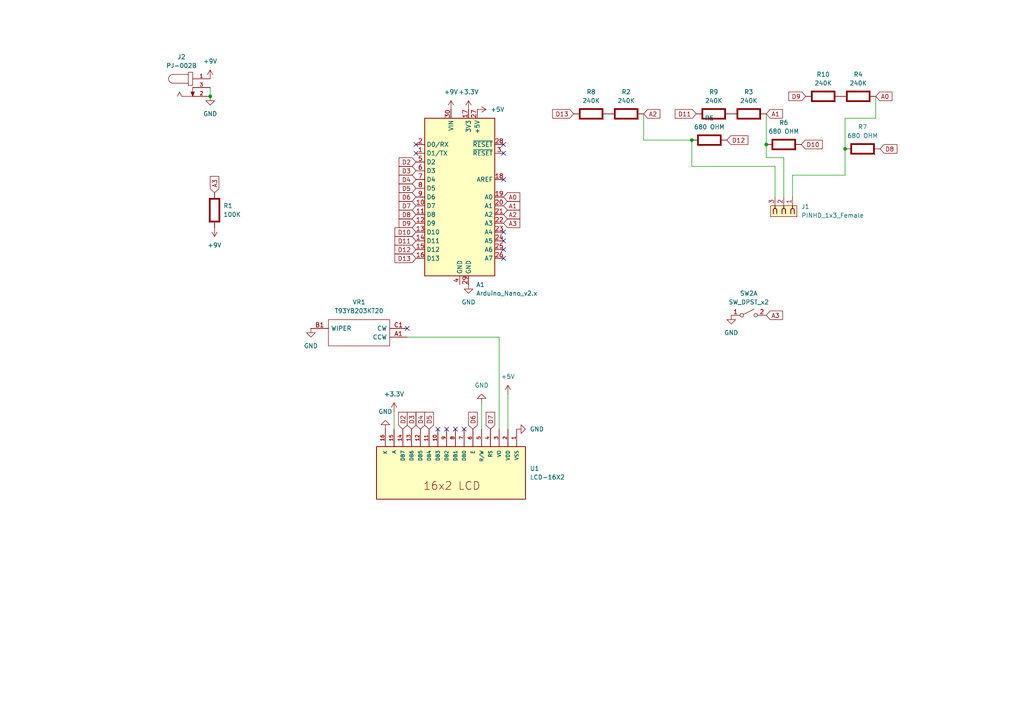
<source format=kicad_sch>
(kicad_sch
	(version 20231120)
	(generator "eeschema")
	(generator_version "8.0")
	(uuid "132570f1-f6f8-47a9-bca9-df5e522228a0")
	(paper "A4")
	(lib_symbols
		(symbol "LCD-16X2:LCD-16X2"
			(pin_names
				(offset 1.016)
			)
			(exclude_from_sim no)
			(in_bom yes)
			(on_board yes)
			(property "Reference" "U"
				(at -7.62 23.368 0)
				(effects
					(font
						(size 1.27 1.27)
					)
					(justify left bottom)
				)
			)
			(property "Value" "LCD-16X2"
				(at -7.62 -22.86 0)
				(effects
					(font
						(size 1.27 1.27)
					)
					(justify left bottom)
				)
			)
			(property "Footprint" "LCD-16X2:MODULE_LCD-16X2"
				(at 0 0 0)
				(effects
					(font
						(size 1.27 1.27)
					)
					(justify bottom)
					(hide yes)
				)
			)
			(property "Datasheet" ""
				(at 0 0 0)
				(effects
					(font
						(size 1.27 1.27)
					)
					(hide yes)
				)
			)
			(property "Description" ""
				(at 0 0 0)
				(effects
					(font
						(size 1.27 1.27)
					)
					(hide yes)
				)
			)
			(property "MF" "Gravitech"
				(at 0 0 0)
				(effects
					(font
						(size 1.27 1.27)
					)
					(justify bottom)
					(hide yes)
				)
			)
			(property "MAXIMUM_PACKAGE_HEIGHT" "14 mm"
				(at 0 0 0)
				(effects
					(font
						(size 1.27 1.27)
					)
					(justify bottom)
					(hide yes)
				)
			)
			(property "Package" "None"
				(at 0 0 0)
				(effects
					(font
						(size 1.27 1.27)
					)
					(justify bottom)
					(hide yes)
				)
			)
			(property "Price" "None"
				(at 0 0 0)
				(effects
					(font
						(size 1.27 1.27)
					)
					(justify bottom)
					(hide yes)
				)
			)
			(property "Check_prices" "https://www.snapeda.com/parts/LCD-16X2/Gravitech/view-part/?ref=eda"
				(at 0 0 0)
				(effects
					(font
						(size 1.27 1.27)
					)
					(justify bottom)
					(hide yes)
				)
			)
			(property "STANDARD" "Manufacturer Recommendations"
				(at 0 0 0)
				(effects
					(font
						(size 1.27 1.27)
					)
					(justify bottom)
					(hide yes)
				)
			)
			(property "PARTREV" "N/A"
				(at 0 0 0)
				(effects
					(font
						(size 1.27 1.27)
					)
					(justify bottom)
					(hide yes)
				)
			)
			(property "SnapEDA_Link" "https://www.snapeda.com/parts/LCD-16X2/Gravitech/view-part/?ref=snap"
				(at 0 0 0)
				(effects
					(font
						(size 1.27 1.27)
					)
					(justify bottom)
					(hide yes)
				)
			)
			(property "MP" "LCD-16X2"
				(at 0 0 0)
				(effects
					(font
						(size 1.27 1.27)
					)
					(justify bottom)
					(hide yes)
				)
			)
			(property "Description_1" "\nHerramientas de desarrollo de pantalla LCD de 16 x 2 con retroiluminación y pantalla de color negro sobre verde\n"
				(at 0 0 0)
				(effects
					(font
						(size 1.27 1.27)
					)
					(justify bottom)
					(hide yes)
				)
			)
			(property "Availability" "Not in stock"
				(at 0 0 0)
				(effects
					(font
						(size 1.27 1.27)
					)
					(justify bottom)
					(hide yes)
				)
			)
			(property "MANUFACTURER" "Gravitech"
				(at 0 0 0)
				(effects
					(font
						(size 1.27 1.27)
					)
					(justify bottom)
					(hide yes)
				)
			)
			(symbol "LCD-16X2_0_0"
				(rectangle
					(start -7.62 -20.32)
					(end 7.62 22.86)
					(stroke
						(width 0.254)
						(type default)
					)
					(fill
						(type background)
					)
				)
				(text "16x2 LCD"
					(at 5.08 -6.858 900)
					(effects
						(font
							(size 2.286 2.286)
						)
						(justify left bottom)
					)
				)
				(pin power_in line
					(at -12.7 20.32 0)
					(length 5.08)
					(name "VSS"
						(effects
							(font
								(size 1.016 1.016)
							)
						)
					)
					(number "1"
						(effects
							(font
								(size 1.016 1.016)
							)
						)
					)
				)
				(pin bidirectional line
					(at -12.7 -2.54 0)
					(length 5.08)
					(name "DB3"
						(effects
							(font
								(size 1.016 1.016)
							)
						)
					)
					(number "10"
						(effects
							(font
								(size 1.016 1.016)
							)
						)
					)
				)
				(pin bidirectional line
					(at -12.7 -5.08 0)
					(length 5.08)
					(name "DB4"
						(effects
							(font
								(size 1.016 1.016)
							)
						)
					)
					(number "11"
						(effects
							(font
								(size 1.016 1.016)
							)
						)
					)
				)
				(pin bidirectional line
					(at -12.7 -7.62 0)
					(length 5.08)
					(name "DB5"
						(effects
							(font
								(size 1.016 1.016)
							)
						)
					)
					(number "12"
						(effects
							(font
								(size 1.016 1.016)
							)
						)
					)
				)
				(pin bidirectional line
					(at -12.7 -10.16 0)
					(length 5.08)
					(name "DB6"
						(effects
							(font
								(size 1.016 1.016)
							)
						)
					)
					(number "13"
						(effects
							(font
								(size 1.016 1.016)
							)
						)
					)
				)
				(pin bidirectional line
					(at -12.7 -12.7 0)
					(length 5.08)
					(name "DB7"
						(effects
							(font
								(size 1.016 1.016)
							)
						)
					)
					(number "14"
						(effects
							(font
								(size 1.016 1.016)
							)
						)
					)
				)
				(pin power_in line
					(at -12.7 -15.24 0)
					(length 5.08)
					(name "A"
						(effects
							(font
								(size 1.016 1.016)
							)
						)
					)
					(number "15"
						(effects
							(font
								(size 1.016 1.016)
							)
						)
					)
				)
				(pin power_in line
					(at -12.7 -17.78 0)
					(length 5.08)
					(name "K"
						(effects
							(font
								(size 1.016 1.016)
							)
						)
					)
					(number "16"
						(effects
							(font
								(size 1.016 1.016)
							)
						)
					)
				)
				(pin power_in line
					(at -12.7 17.78 0)
					(length 5.08)
					(name "VDD"
						(effects
							(font
								(size 1.016 1.016)
							)
						)
					)
					(number "2"
						(effects
							(font
								(size 1.016 1.016)
							)
						)
					)
				)
				(pin bidirectional line
					(at -12.7 15.24 0)
					(length 5.08)
					(name "VO"
						(effects
							(font
								(size 1.016 1.016)
							)
						)
					)
					(number "3"
						(effects
							(font
								(size 1.016 1.016)
							)
						)
					)
				)
				(pin input line
					(at -12.7 12.7 0)
					(length 5.08)
					(name "RS"
						(effects
							(font
								(size 1.016 1.016)
							)
						)
					)
					(number "4"
						(effects
							(font
								(size 1.016 1.016)
							)
						)
					)
				)
				(pin input line
					(at -12.7 10.16 0)
					(length 5.08)
					(name "R/W"
						(effects
							(font
								(size 1.016 1.016)
							)
						)
					)
					(number "5"
						(effects
							(font
								(size 1.016 1.016)
							)
						)
					)
				)
				(pin input line
					(at -12.7 7.62 0)
					(length 5.08)
					(name "E"
						(effects
							(font
								(size 1.016 1.016)
							)
						)
					)
					(number "6"
						(effects
							(font
								(size 1.016 1.016)
							)
						)
					)
				)
				(pin bidirectional line
					(at -12.7 5.08 0)
					(length 5.08)
					(name "DB0"
						(effects
							(font
								(size 1.016 1.016)
							)
						)
					)
					(number "7"
						(effects
							(font
								(size 1.016 1.016)
							)
						)
					)
				)
				(pin bidirectional line
					(at -12.7 2.54 0)
					(length 5.08)
					(name "DB1"
						(effects
							(font
								(size 1.016 1.016)
							)
						)
					)
					(number "8"
						(effects
							(font
								(size 1.016 1.016)
							)
						)
					)
				)
				(pin bidirectional line
					(at -12.7 0 0)
					(length 5.08)
					(name "DB2"
						(effects
							(font
								(size 1.016 1.016)
							)
						)
					)
					(number "9"
						(effects
							(font
								(size 1.016 1.016)
							)
						)
					)
				)
			)
		)
		(symbol "MCU_Module:Arduino_Nano_v2.x"
			(exclude_from_sim no)
			(in_bom yes)
			(on_board yes)
			(property "Reference" "A"
				(at -10.16 23.495 0)
				(effects
					(font
						(size 1.27 1.27)
					)
					(justify left bottom)
				)
			)
			(property "Value" "Arduino_Nano_v2.x"
				(at 5.08 -24.13 0)
				(effects
					(font
						(size 1.27 1.27)
					)
					(justify left top)
				)
			)
			(property "Footprint" "Module:Arduino_Nano"
				(at 0 0 0)
				(effects
					(font
						(size 1.27 1.27)
						(italic yes)
					)
					(hide yes)
				)
			)
			(property "Datasheet" "https://www.arduino.cc/en/uploads/Main/ArduinoNanoManual23.pdf"
				(at 0 0 0)
				(effects
					(font
						(size 1.27 1.27)
					)
					(hide yes)
				)
			)
			(property "Description" "Arduino Nano v2.x"
				(at 0 0 0)
				(effects
					(font
						(size 1.27 1.27)
					)
					(hide yes)
				)
			)
			(property "ki_keywords" "Arduino nano microcontroller module USB"
				(at 0 0 0)
				(effects
					(font
						(size 1.27 1.27)
					)
					(hide yes)
				)
			)
			(property "ki_fp_filters" "Arduino*Nano*"
				(at 0 0 0)
				(effects
					(font
						(size 1.27 1.27)
					)
					(hide yes)
				)
			)
			(symbol "Arduino_Nano_v2.x_0_1"
				(rectangle
					(start -10.16 22.86)
					(end 10.16 -22.86)
					(stroke
						(width 0.254)
						(type default)
					)
					(fill
						(type background)
					)
				)
			)
			(symbol "Arduino_Nano_v2.x_1_1"
				(pin bidirectional line
					(at -12.7 12.7 0)
					(length 2.54)
					(name "D1/TX"
						(effects
							(font
								(size 1.27 1.27)
							)
						)
					)
					(number "1"
						(effects
							(font
								(size 1.27 1.27)
							)
						)
					)
				)
				(pin bidirectional line
					(at -12.7 -2.54 0)
					(length 2.54)
					(name "D7"
						(effects
							(font
								(size 1.27 1.27)
							)
						)
					)
					(number "10"
						(effects
							(font
								(size 1.27 1.27)
							)
						)
					)
				)
				(pin bidirectional line
					(at -12.7 -5.08 0)
					(length 2.54)
					(name "D8"
						(effects
							(font
								(size 1.27 1.27)
							)
						)
					)
					(number "11"
						(effects
							(font
								(size 1.27 1.27)
							)
						)
					)
				)
				(pin bidirectional line
					(at -12.7 -7.62 0)
					(length 2.54)
					(name "D9"
						(effects
							(font
								(size 1.27 1.27)
							)
						)
					)
					(number "12"
						(effects
							(font
								(size 1.27 1.27)
							)
						)
					)
				)
				(pin bidirectional line
					(at -12.7 -10.16 0)
					(length 2.54)
					(name "D10"
						(effects
							(font
								(size 1.27 1.27)
							)
						)
					)
					(number "13"
						(effects
							(font
								(size 1.27 1.27)
							)
						)
					)
				)
				(pin bidirectional line
					(at -12.7 -12.7 0)
					(length 2.54)
					(name "D11"
						(effects
							(font
								(size 1.27 1.27)
							)
						)
					)
					(number "14"
						(effects
							(font
								(size 1.27 1.27)
							)
						)
					)
				)
				(pin bidirectional line
					(at -12.7 -15.24 0)
					(length 2.54)
					(name "D12"
						(effects
							(font
								(size 1.27 1.27)
							)
						)
					)
					(number "15"
						(effects
							(font
								(size 1.27 1.27)
							)
						)
					)
				)
				(pin bidirectional line
					(at -12.7 -17.78 0)
					(length 2.54)
					(name "D13"
						(effects
							(font
								(size 1.27 1.27)
							)
						)
					)
					(number "16"
						(effects
							(font
								(size 1.27 1.27)
							)
						)
					)
				)
				(pin power_out line
					(at 2.54 25.4 270)
					(length 2.54)
					(name "3V3"
						(effects
							(font
								(size 1.27 1.27)
							)
						)
					)
					(number "17"
						(effects
							(font
								(size 1.27 1.27)
							)
						)
					)
				)
				(pin input line
					(at 12.7 5.08 180)
					(length 2.54)
					(name "AREF"
						(effects
							(font
								(size 1.27 1.27)
							)
						)
					)
					(number "18"
						(effects
							(font
								(size 1.27 1.27)
							)
						)
					)
				)
				(pin bidirectional line
					(at 12.7 0 180)
					(length 2.54)
					(name "A0"
						(effects
							(font
								(size 1.27 1.27)
							)
						)
					)
					(number "19"
						(effects
							(font
								(size 1.27 1.27)
							)
						)
					)
				)
				(pin bidirectional line
					(at -12.7 15.24 0)
					(length 2.54)
					(name "D0/RX"
						(effects
							(font
								(size 1.27 1.27)
							)
						)
					)
					(number "2"
						(effects
							(font
								(size 1.27 1.27)
							)
						)
					)
				)
				(pin bidirectional line
					(at 12.7 -2.54 180)
					(length 2.54)
					(name "A1"
						(effects
							(font
								(size 1.27 1.27)
							)
						)
					)
					(number "20"
						(effects
							(font
								(size 1.27 1.27)
							)
						)
					)
				)
				(pin bidirectional line
					(at 12.7 -5.08 180)
					(length 2.54)
					(name "A2"
						(effects
							(font
								(size 1.27 1.27)
							)
						)
					)
					(number "21"
						(effects
							(font
								(size 1.27 1.27)
							)
						)
					)
				)
				(pin bidirectional line
					(at 12.7 -7.62 180)
					(length 2.54)
					(name "A3"
						(effects
							(font
								(size 1.27 1.27)
							)
						)
					)
					(number "22"
						(effects
							(font
								(size 1.27 1.27)
							)
						)
					)
				)
				(pin bidirectional line
					(at 12.7 -10.16 180)
					(length 2.54)
					(name "A4"
						(effects
							(font
								(size 1.27 1.27)
							)
						)
					)
					(number "23"
						(effects
							(font
								(size 1.27 1.27)
							)
						)
					)
				)
				(pin bidirectional line
					(at 12.7 -12.7 180)
					(length 2.54)
					(name "A5"
						(effects
							(font
								(size 1.27 1.27)
							)
						)
					)
					(number "24"
						(effects
							(font
								(size 1.27 1.27)
							)
						)
					)
				)
				(pin bidirectional line
					(at 12.7 -15.24 180)
					(length 2.54)
					(name "A6"
						(effects
							(font
								(size 1.27 1.27)
							)
						)
					)
					(number "25"
						(effects
							(font
								(size 1.27 1.27)
							)
						)
					)
				)
				(pin bidirectional line
					(at 12.7 -17.78 180)
					(length 2.54)
					(name "A7"
						(effects
							(font
								(size 1.27 1.27)
							)
						)
					)
					(number "26"
						(effects
							(font
								(size 1.27 1.27)
							)
						)
					)
				)
				(pin power_out line
					(at 5.08 25.4 270)
					(length 2.54)
					(name "+5V"
						(effects
							(font
								(size 1.27 1.27)
							)
						)
					)
					(number "27"
						(effects
							(font
								(size 1.27 1.27)
							)
						)
					)
				)
				(pin input line
					(at 12.7 15.24 180)
					(length 2.54)
					(name "~{RESET}"
						(effects
							(font
								(size 1.27 1.27)
							)
						)
					)
					(number "28"
						(effects
							(font
								(size 1.27 1.27)
							)
						)
					)
				)
				(pin power_in line
					(at 2.54 -25.4 90)
					(length 2.54)
					(name "GND"
						(effects
							(font
								(size 1.27 1.27)
							)
						)
					)
					(number "29"
						(effects
							(font
								(size 1.27 1.27)
							)
						)
					)
				)
				(pin input line
					(at 12.7 12.7 180)
					(length 2.54)
					(name "~{RESET}"
						(effects
							(font
								(size 1.27 1.27)
							)
						)
					)
					(number "3"
						(effects
							(font
								(size 1.27 1.27)
							)
						)
					)
				)
				(pin power_in line
					(at -2.54 25.4 270)
					(length 2.54)
					(name "VIN"
						(effects
							(font
								(size 1.27 1.27)
							)
						)
					)
					(number "30"
						(effects
							(font
								(size 1.27 1.27)
							)
						)
					)
				)
				(pin power_in line
					(at 0 -25.4 90)
					(length 2.54)
					(name "GND"
						(effects
							(font
								(size 1.27 1.27)
							)
						)
					)
					(number "4"
						(effects
							(font
								(size 1.27 1.27)
							)
						)
					)
				)
				(pin bidirectional line
					(at -12.7 10.16 0)
					(length 2.54)
					(name "D2"
						(effects
							(font
								(size 1.27 1.27)
							)
						)
					)
					(number "5"
						(effects
							(font
								(size 1.27 1.27)
							)
						)
					)
				)
				(pin bidirectional line
					(at -12.7 7.62 0)
					(length 2.54)
					(name "D3"
						(effects
							(font
								(size 1.27 1.27)
							)
						)
					)
					(number "6"
						(effects
							(font
								(size 1.27 1.27)
							)
						)
					)
				)
				(pin bidirectional line
					(at -12.7 5.08 0)
					(length 2.54)
					(name "D4"
						(effects
							(font
								(size 1.27 1.27)
							)
						)
					)
					(number "7"
						(effects
							(font
								(size 1.27 1.27)
							)
						)
					)
				)
				(pin bidirectional line
					(at -12.7 2.54 0)
					(length 2.54)
					(name "D5"
						(effects
							(font
								(size 1.27 1.27)
							)
						)
					)
					(number "8"
						(effects
							(font
								(size 1.27 1.27)
							)
						)
					)
				)
				(pin bidirectional line
					(at -12.7 0 0)
					(length 2.54)
					(name "D6"
						(effects
							(font
								(size 1.27 1.27)
							)
						)
					)
					(number "9"
						(effects
							(font
								(size 1.27 1.27)
							)
						)
					)
				)
			)
		)
		(symbol "PCM_4ms_Power-symbol:+3.3V"
			(power)
			(pin_names
				(offset 0)
			)
			(exclude_from_sim no)
			(in_bom yes)
			(on_board yes)
			(property "Reference" "#PWR"
				(at 0 -3.81 0)
				(effects
					(font
						(size 1.27 1.27)
					)
					(hide yes)
				)
			)
			(property "Value" "+3.3V"
				(at 0 3.556 0)
				(effects
					(font
						(size 1.27 1.27)
					)
				)
			)
			(property "Footprint" ""
				(at 0 0 0)
				(effects
					(font
						(size 1.27 1.27)
					)
					(hide yes)
				)
			)
			(property "Datasheet" ""
				(at 0 0 0)
				(effects
					(font
						(size 1.27 1.27)
					)
					(hide yes)
				)
			)
			(property "Description" ""
				(at 0 0 0)
				(effects
					(font
						(size 1.27 1.27)
					)
					(hide yes)
				)
			)
			(symbol "+3.3V_0_1"
				(polyline
					(pts
						(xy -0.762 1.27) (xy 0 2.54)
					)
					(stroke
						(width 0)
						(type default)
					)
					(fill
						(type none)
					)
				)
				(polyline
					(pts
						(xy 0 0) (xy 0 2.54)
					)
					(stroke
						(width 0)
						(type default)
					)
					(fill
						(type none)
					)
				)
				(polyline
					(pts
						(xy 0 2.54) (xy 0.762 1.27)
					)
					(stroke
						(width 0)
						(type default)
					)
					(fill
						(type none)
					)
				)
			)
			(symbol "+3.3V_1_1"
				(pin power_in line
					(at 0 0 90)
					(length 0) hide
					(name "+3V3"
						(effects
							(font
								(size 1.27 1.27)
							)
						)
					)
					(number "1"
						(effects
							(font
								(size 1.27 1.27)
							)
						)
					)
				)
			)
		)
		(symbol "PCM_4ms_Power-symbol:+9V"
			(power)
			(pin_names
				(offset 0)
			)
			(exclude_from_sim no)
			(in_bom yes)
			(on_board yes)
			(property "Reference" "#PWR"
				(at 0 -3.81 0)
				(effects
					(font
						(size 1.27 1.27)
					)
					(hide yes)
				)
			)
			(property "Value" "+9V"
				(at 0 3.556 0)
				(effects
					(font
						(size 1.27 1.27)
					)
				)
			)
			(property "Footprint" ""
				(at 0 0 0)
				(effects
					(font
						(size 1.27 1.27)
					)
					(hide yes)
				)
			)
			(property "Datasheet" ""
				(at 0 0 0)
				(effects
					(font
						(size 1.27 1.27)
					)
					(hide yes)
				)
			)
			(property "Description" "Power symbol creates a global label with name \"+9V\""
				(at 0 0 0)
				(effects
					(font
						(size 1.27 1.27)
					)
					(hide yes)
				)
			)
			(property "ki_keywords" "power-flag"
				(at 0 0 0)
				(effects
					(font
						(size 1.27 1.27)
					)
					(hide yes)
				)
			)
			(symbol "+9V_0_1"
				(polyline
					(pts
						(xy -0.762 1.27) (xy 0 2.54)
					)
					(stroke
						(width 0)
						(type default)
					)
					(fill
						(type none)
					)
				)
				(polyline
					(pts
						(xy 0 0) (xy 0 2.54)
					)
					(stroke
						(width 0)
						(type default)
					)
					(fill
						(type none)
					)
				)
				(polyline
					(pts
						(xy 0 2.54) (xy 0.762 1.27)
					)
					(stroke
						(width 0)
						(type default)
					)
					(fill
						(type none)
					)
				)
			)
			(symbol "+9V_1_1"
				(pin power_in line
					(at 0 0 90)
					(length 0) hide
					(name "+9V"
						(effects
							(font
								(size 1.27 1.27)
							)
						)
					)
					(number "1"
						(effects
							(font
								(size 1.27 1.27)
							)
						)
					)
				)
			)
		)
		(symbol "PCM_Elektuur:R"
			(pin_numbers hide)
			(pin_names
				(offset 0) hide)
			(exclude_from_sim no)
			(in_bom yes)
			(on_board yes)
			(property "Reference" "R"
				(at 2.54 3.175 0)
				(effects
					(font
						(size 1.27 1.27)
					)
					(justify left)
				)
			)
			(property "Value" "R"
				(at 0 0 90)
				(effects
					(font
						(size 1.27 1.27)
					)
				)
			)
			(property "Footprint" ""
				(at 0 0 0)
				(effects
					(font
						(size 1.27 1.27)
					)
					(hide yes)
				)
			)
			(property "Datasheet" ""
				(at 0 0 0)
				(effects
					(font
						(size 1.27 1.27)
					)
					(hide yes)
				)
			)
			(property "Description" "resistor"
				(at 0 0 0)
				(effects
					(font
						(size 1.27 1.27)
					)
					(hide yes)
				)
			)
			(property "Indicator" "+"
				(at -3.175 3.175 0)
				(effects
					(font
						(size 1.27 1.27)
					)
					(hide yes)
				)
			)
			(property "Rating" "W"
				(at 2.54 -3.175 0)
				(effects
					(font
						(size 1.27 1.27)
					)
					(justify left)
					(hide yes)
				)
			)
			(property "ki_keywords" "R res resistor"
				(at 0 0 0)
				(effects
					(font
						(size 1.27 1.27)
					)
					(hide yes)
				)
			)
			(symbol "R_1_1"
				(polyline
					(pts
						(xy -1.524 -3.429) (xy 1.524 -3.429) (xy 1.524 3.429) (xy -1.524 3.429) (xy -1.524 -3.429) (xy -1.27 -3.175)
						(xy -1.27 3.175) (xy 1.27 3.175) (xy 1.27 -3.175) (xy -1.27 -3.175) (xy -1.524 -3.429)
					)
					(stroke
						(width 0.254)
						(type default)
					)
					(fill
						(type outline)
					)
				)
				(pin passive line
					(at 0 5.08 270)
					(length 1.651)
					(name "+"
						(effects
							(font
								(size 1.27 1.27)
							)
						)
					)
					(number "1"
						(effects
							(font
								(size 1.27 1.27)
							)
						)
					)
				)
				(pin passive line
					(at 0 -5.08 90)
					(length 1.651)
					(name "-"
						(effects
							(font
								(size 1.27 1.27)
							)
						)
					)
					(number "2"
						(effects
							(font
								(size 1.27 1.27)
							)
						)
					)
				)
			)
			(symbol "R_1_2"
				(polyline
					(pts
						(xy -0.508 -3.429) (xy 1.524 -3.429) (xy 1.524 3.429) (xy -0.508 3.429) (xy -0.508 3.175) (xy 1.27 3.175)
						(xy 1.27 -3.175) (xy -0.508 -3.175) (xy -0.508 -3.429)
					)
					(stroke
						(width 0.254)
						(type default)
					)
					(fill
						(type outline)
					)
				)
				(pin passive line
					(at 0 5.08 270)
					(length 1.651)
					(name "+"
						(effects
							(font
								(size 1.27 1.27)
							)
						)
					)
					(number "1"
						(effects
							(font
								(size 1.27 1.27)
							)
						)
					)
				)
				(pin passive line
					(at 0 -5.08 90)
					(length 1.651)
					(name "-"
						(effects
							(font
								(size 1.27 1.27)
							)
						)
					)
					(number "2"
						(effects
							(font
								(size 1.27 1.27)
							)
						)
					)
				)
			)
			(symbol "R_1_3"
				(polyline
					(pts
						(xy 0 3.4798) (xy 0 3.2004) (xy 0.7112 2.794) (xy -1.1938 1.6764) (xy 0.7112 0.5588) (xy -1.1938 -0.5588)
						(xy 0.7112 -1.6764) (xy -1.1938 -2.794) (xy 0 -3.4798) (xy 0 -3.2004) (xy -0.7112 -2.794) (xy 1.1938 -1.6764)
						(xy -0.7112 -0.5588) (xy 1.1938 0.5588) (xy -0.7112 1.6764) (xy 1.1938 2.794) (xy 0 3.4798)
					)
					(stroke
						(width 0.254)
						(type default)
					)
					(fill
						(type outline)
					)
				)
				(pin passive line
					(at 0 5.08 270)
					(length 1.6002)
					(name "+"
						(effects
							(font
								(size 1.27 1.27)
							)
						)
					)
					(number "1"
						(effects
							(font
								(size 1.27 1.27)
							)
						)
					)
				)
				(pin passive line
					(at 0 -5.08 90)
					(length 1.6002)
					(name "-"
						(effects
							(font
								(size 1.27 1.27)
							)
						)
					)
					(number "2"
						(effects
							(font
								(size 1.27 1.27)
							)
						)
					)
				)
			)
			(symbol "R_1_4"
				(polyline
					(pts
						(xy 0 4.5466) (xy 0 4.2672) (xy 0.0508 4.2418) (xy 1.016 3.683) (xy -1.524 2.2098) (xy 1.016 0.7366)
						(xy -1.524 -0.7366) (xy 1.016 -2.2098) (xy -1.524 -3.683) (xy -0.0762 -4.5212) (xy 0 -4.5466)
						(xy 0 -4.2672) (xy -0.0508 -4.2418) (xy -1.016 -3.683) (xy 1.524 -2.2098) (xy -1.016 -0.7366)
						(xy 1.524 0.7366) (xy -1.016 2.2098) (xy 1.524 3.683) (xy 0.0762 4.5212) (xy 0 4.5466)
					)
					(stroke
						(width 0.254)
						(type default)
					)
					(fill
						(type outline)
					)
				)
				(pin passive line
					(at 0 5.08 270)
					(length 0.5334)
					(name "+"
						(effects
							(font
								(size 1.27 1.27)
							)
						)
					)
					(number "1"
						(effects
							(font
								(size 1.27 1.27)
							)
						)
					)
				)
				(pin passive line
					(at 0 -5.08 90)
					(length 0.5334)
					(name "-"
						(effects
							(font
								(size 1.27 1.27)
							)
						)
					)
					(number "2"
						(effects
							(font
								(size 1.27 1.27)
							)
						)
					)
				)
			)
		)
		(symbol "PCM_SL_Pin_Headers:PINHD_1x3_Female"
			(exclude_from_sim no)
			(in_bom yes)
			(on_board yes)
			(property "Reference" "J"
				(at 0 8.89 0)
				(effects
					(font
						(size 1.27 1.27)
					)
				)
			)
			(property "Value" "PINHD_1x3_Female"
				(at 0 6.35 0)
				(effects
					(font
						(size 1.27 1.27)
					)
				)
			)
			(property "Footprint" "Connector_PinSocket_2.54mm:PinSocket_1x03_P2.54mm_Vertical"
				(at 2.54 11.43 0)
				(effects
					(font
						(size 1.27 1.27)
					)
					(hide yes)
				)
			)
			(property "Datasheet" ""
				(at 0 8.89 0)
				(effects
					(font
						(size 1.27 1.27)
					)
					(hide yes)
				)
			)
			(property "Description" "Pin Header female with pin space 2.54mm. Pin Count -3"
				(at 0 0 0)
				(effects
					(font
						(size 1.27 1.27)
					)
					(hide yes)
				)
			)
			(property "ki_keywords" "Pin Header"
				(at 0 0 0)
				(effects
					(font
						(size 1.27 1.27)
					)
					(hide yes)
				)
			)
			(property "ki_fp_filters" "PinSocket_1x03_P2.54mm*"
				(at 0 0 0)
				(effects
					(font
						(size 1.27 1.27)
					)
					(hide yes)
				)
			)
			(symbol "PINHD_1x3_Female_0_1"
				(rectangle
					(start -1.27 3.81)
					(end 1.905 -3.81)
					(stroke
						(width 0)
						(type default)
					)
					(fill
						(type background)
					)
				)
				(arc
					(start -0.508 -2.54)
					(mid -0.3592 -2.8992)
					(end 0 -3.048)
					(stroke
						(width 0.25)
						(type default)
					)
					(fill
						(type none)
					)
				)
				(arc
					(start -0.508 0)
					(mid -0.3592 -0.3592)
					(end 0 -0.508)
					(stroke
						(width 0.25)
						(type default)
					)
					(fill
						(type none)
					)
				)
				(arc
					(start -0.508 2.54)
					(mid -0.3592 2.1808)
					(end 0 2.032)
					(stroke
						(width 0.25)
						(type default)
					)
					(fill
						(type none)
					)
				)
				(arc
					(start 0 -2.032)
					(mid -0.3592 -2.1808)
					(end -0.508 -2.54)
					(stroke
						(width 0.25)
						(type default)
					)
					(fill
						(type none)
					)
				)
				(polyline
					(pts
						(xy -1.27 -2.54) (xy -0.508 -2.54)
					)
					(stroke
						(width 0.25)
						(type default)
					)
					(fill
						(type none)
					)
				)
				(polyline
					(pts
						(xy -1.27 0) (xy -0.508 0)
					)
					(stroke
						(width 0.25)
						(type default)
					)
					(fill
						(type none)
					)
				)
				(polyline
					(pts
						(xy -1.27 2.54) (xy -0.508 2.54)
					)
					(stroke
						(width 0.25)
						(type default)
					)
					(fill
						(type none)
					)
				)
				(polyline
					(pts
						(xy 0 -3.048) (xy 1.016 -3.048)
					)
					(stroke
						(width 0.25)
						(type default)
					)
					(fill
						(type none)
					)
				)
				(polyline
					(pts
						(xy 0 -2.032) (xy 1.016 -2.032)
					)
					(stroke
						(width 0.25)
						(type default)
					)
					(fill
						(type none)
					)
				)
				(polyline
					(pts
						(xy 0 -0.508) (xy 1.016 -0.508)
					)
					(stroke
						(width 0.25)
						(type default)
					)
					(fill
						(type none)
					)
				)
				(polyline
					(pts
						(xy 0 0.508) (xy 1.016 0.508)
					)
					(stroke
						(width 0.25)
						(type default)
					)
					(fill
						(type none)
					)
				)
				(polyline
					(pts
						(xy 0 2.032) (xy 1.016 2.032)
					)
					(stroke
						(width 0.25)
						(type default)
					)
					(fill
						(type none)
					)
				)
				(polyline
					(pts
						(xy 0 3.048) (xy 1.016 3.048)
					)
					(stroke
						(width 0.25)
						(type default)
					)
					(fill
						(type none)
					)
				)
				(arc
					(start 0 0.508)
					(mid -0.3592 0.3592)
					(end -0.508 0)
					(stroke
						(width 0.25)
						(type default)
					)
					(fill
						(type none)
					)
				)
				(arc
					(start 0 3.048)
					(mid -0.3592 2.8992)
					(end -0.508 2.54)
					(stroke
						(width 0.25)
						(type default)
					)
					(fill
						(type none)
					)
				)
			)
			(symbol "PINHD_1x3_Female_1_1"
				(pin passive line
					(at -3.81 2.54 0)
					(length 2.54)
					(name ""
						(effects
							(font
								(size 1.27 1.27)
							)
						)
					)
					(number "1"
						(effects
							(font
								(size 1.27 1.27)
							)
						)
					)
				)
				(pin passive line
					(at -3.81 0 0)
					(length 2.54)
					(name ""
						(effects
							(font
								(size 1.27 1.27)
							)
						)
					)
					(number "2"
						(effects
							(font
								(size 1.27 1.27)
							)
						)
					)
				)
				(pin passive line
					(at -3.81 -2.54 0)
					(length 2.54)
					(name ""
						(effects
							(font
								(size 1.27 1.27)
							)
						)
					)
					(number "3"
						(effects
							(font
								(size 1.27 1.27)
							)
						)
					)
				)
			)
		)
		(symbol "PJ-002B:PJ-002B"
			(pin_names
				(offset 1.016)
			)
			(exclude_from_sim no)
			(in_bom yes)
			(on_board yes)
			(property "Reference" "J"
				(at -7.6337 5.0892 0)
				(effects
					(font
						(size 1.27 1.27)
					)
					(justify left bottom)
				)
			)
			(property "Value" "PJ-002B"
				(at -7.6269 -5.0846 0)
				(effects
					(font
						(size 1.27 1.27)
					)
					(justify left bottom)
				)
			)
			(property "Footprint" "PJ-002B:CUI_PJ-002B"
				(at 0 0 0)
				(effects
					(font
						(size 1.27 1.27)
					)
					(justify bottom)
					(hide yes)
				)
			)
			(property "Datasheet" ""
				(at 0 0 0)
				(effects
					(font
						(size 1.27 1.27)
					)
					(hide yes)
				)
			)
			(property "Description" ""
				(at 0 0 0)
				(effects
					(font
						(size 1.27 1.27)
					)
					(hide yes)
				)
			)
			(property "MF" "Same Sky"
				(at 0 0 0)
				(effects
					(font
						(size 1.27 1.27)
					)
					(justify bottom)
					(hide yes)
				)
			)
			(property "Description_1" "\nConector de alimentación de CC, 2,5 x 6,5 mm, 2,5 A, horizontal, con orificio pasante\n"
				(at 0 0 0)
				(effects
					(font
						(size 1.27 1.27)
					)
					(justify bottom)
					(hide yes)
				)
			)
			(property "Package" "None"
				(at 0 0 0)
				(effects
					(font
						(size 1.27 1.27)
					)
					(justify bottom)
					(hide yes)
				)
			)
			(property "Price" "None"
				(at 0 0 0)
				(effects
					(font
						(size 1.27 1.27)
					)
					(justify bottom)
					(hide yes)
				)
			)
			(property "Check_prices" "https://www.snapeda.com/parts/PJ-002B/Same+Sky/view-part/?ref=eda"
				(at 0 0 0)
				(effects
					(font
						(size 1.27 1.27)
					)
					(justify bottom)
					(hide yes)
				)
			)
			(property "STANDARD" "Manufacturer recommendations"
				(at 0 0 0)
				(effects
					(font
						(size 1.27 1.27)
					)
					(justify bottom)
					(hide yes)
				)
			)
			(property "SnapEDA_Link" "https://www.snapeda.com/parts/PJ-002B/Same+Sky/view-part/?ref=snap"
				(at 0 0 0)
				(effects
					(font
						(size 1.27 1.27)
					)
					(justify bottom)
					(hide yes)
				)
			)
			(property "MP" "PJ-002B"
				(at 0 0 0)
				(effects
					(font
						(size 1.27 1.27)
					)
					(justify bottom)
					(hide yes)
				)
			)
			(property "Availability" "In Stock"
				(at 0 0 0)
				(effects
					(font
						(size 1.27 1.27)
					)
					(justify bottom)
					(hide yes)
				)
			)
			(property "MANUFACTURER" "CUI INC"
				(at 0 0 0)
				(effects
					(font
						(size 1.27 1.27)
					)
					(justify bottom)
					(hide yes)
				)
			)
			(symbol "PJ-002B_0_0"
				(arc
					(start -5.715 3.81)
					(mid -6.9794 2.54)
					(end -5.715 1.27)
					(stroke
						(width 0.1524)
						(type default)
					)
					(fill
						(type none)
					)
				)
				(polyline
					(pts
						(xy -5.715 3.81) (xy -1.27 3.81)
					)
					(stroke
						(width 0.1524)
						(type default)
					)
					(fill
						(type none)
					)
				)
				(polyline
					(pts
						(xy -3.81 -1.27) (xy -4.445 -2.54)
					)
					(stroke
						(width 0.1524)
						(type default)
					)
					(fill
						(type none)
					)
				)
				(polyline
					(pts
						(xy -3.175 -2.54) (xy -3.81 -1.27)
					)
					(stroke
						(width 0.1524)
						(type default)
					)
					(fill
						(type none)
					)
				)
				(polyline
					(pts
						(xy -1.27 0.635) (xy 0 0.635)
					)
					(stroke
						(width 0.1524)
						(type default)
					)
					(fill
						(type none)
					)
				)
				(polyline
					(pts
						(xy -1.27 1.27) (xy -5.715 1.27)
					)
					(stroke
						(width 0.1524)
						(type default)
					)
					(fill
						(type none)
					)
				)
				(polyline
					(pts
						(xy -1.27 1.27) (xy -1.27 0.635)
					)
					(stroke
						(width 0.1524)
						(type default)
					)
					(fill
						(type none)
					)
				)
				(polyline
					(pts
						(xy -1.27 3.81) (xy -1.27 1.27)
					)
					(stroke
						(width 0.1524)
						(type default)
					)
					(fill
						(type none)
					)
				)
				(polyline
					(pts
						(xy -1.27 4.445) (xy -1.27 3.81)
					)
					(stroke
						(width 0.1524)
						(type default)
					)
					(fill
						(type none)
					)
				)
				(polyline
					(pts
						(xy 0 -2.54) (xy -3.175 -2.54)
					)
					(stroke
						(width 0.1524)
						(type default)
					)
					(fill
						(type none)
					)
				)
				(polyline
					(pts
						(xy 0 0) (xy 0 -2.54)
					)
					(stroke
						(width 0.1524)
						(type default)
					)
					(fill
						(type none)
					)
				)
				(polyline
					(pts
						(xy 0 0.635) (xy 0 4.445)
					)
					(stroke
						(width 0.1524)
						(type default)
					)
					(fill
						(type none)
					)
				)
				(polyline
					(pts
						(xy 0 4.445) (xy -1.27 4.445)
					)
					(stroke
						(width 0.1524)
						(type default)
					)
					(fill
						(type none)
					)
				)
				(polyline
					(pts
						(xy 0 -2.54) (xy -0.508 -1.27) (xy 0.508 -1.27) (xy 0 -2.54)
					)
					(stroke
						(width 0.1524)
						(type default)
					)
					(fill
						(type outline)
					)
				)
				(pin passive line
					(at 5.08 2.54 180)
					(length 5.08)
					(name "~"
						(effects
							(font
								(size 1.016 1.016)
							)
						)
					)
					(number "1"
						(effects
							(font
								(size 1.016 1.016)
							)
						)
					)
				)
				(pin passive line
					(at 5.08 -2.54 180)
					(length 5.08)
					(name "~"
						(effects
							(font
								(size 1.016 1.016)
							)
						)
					)
					(number "2"
						(effects
							(font
								(size 1.016 1.016)
							)
						)
					)
				)
				(pin passive line
					(at 5.08 0 180)
					(length 5.08)
					(name "~"
						(effects
							(font
								(size 1.016 1.016)
							)
						)
					)
					(number "3"
						(effects
							(font
								(size 1.016 1.016)
							)
						)
					)
				)
			)
		)
		(symbol "SamacSys_Parts:T93YB203KT20"
			(pin_names
				(offset 0.762)
			)
			(exclude_from_sim no)
			(in_bom yes)
			(on_board yes)
			(property "Reference" "VR"
				(at 24.13 7.62 0)
				(effects
					(font
						(size 1.27 1.27)
					)
					(justify left)
				)
			)
			(property "Value" "T93YB203KT20"
				(at 24.13 5.08 0)
				(effects
					(font
						(size 1.27 1.27)
					)
					(justify left)
				)
			)
			(property "Footprint" "T93YB203KT20"
				(at 24.13 2.54 0)
				(effects
					(font
						(size 1.27 1.27)
					)
					(justify left)
					(hide yes)
				)
			)
			(property "Datasheet" "https://www.vishay.com/docs/51026/t93.pdf"
				(at 24.13 0 0)
				(effects
					(font
						(size 1.27 1.27)
					)
					(justify left)
					(hide yes)
				)
			)
			(property "Description" "20k Through Hole Trimmer Potentiometer 0.5W Top Adjust Vishay T93 Series"
				(at 24.13 -2.54 0)
				(effects
					(font
						(size 1.27 1.27)
					)
					(justify left)
					(hide yes)
				)
			)
			(property "Height" "11.1"
				(at 24.13 -5.08 0)
				(effects
					(font
						(size 1.27 1.27)
					)
					(justify left)
					(hide yes)
				)
			)
			(property "Manufacturer_Name" "Vishay"
				(at 24.13 -7.62 0)
				(effects
					(font
						(size 1.27 1.27)
					)
					(justify left)
					(hide yes)
				)
			)
			(property "Manufacturer_Part_Number" "T93YB203KT20"
				(at 24.13 -10.16 0)
				(effects
					(font
						(size 1.27 1.27)
					)
					(justify left)
					(hide yes)
				)
			)
			(property "Mouser Part Number" "72-T93YB-20K"
				(at 24.13 -12.7 0)
				(effects
					(font
						(size 1.27 1.27)
					)
					(justify left)
					(hide yes)
				)
			)
			(property "Mouser Price/Stock" "https://www.mouser.co.uk/ProductDetail/Vishay-Sfernice/T93YB203KT20?qs=h4f6qdGYbtglJKpFhZpkhA%3D%3D"
				(at 24.13 -15.24 0)
				(effects
					(font
						(size 1.27 1.27)
					)
					(justify left)
					(hide yes)
				)
			)
			(property "Arrow Part Number" "T93YB203KT20"
				(at 24.13 -17.78 0)
				(effects
					(font
						(size 1.27 1.27)
					)
					(justify left)
					(hide yes)
				)
			)
			(property "Arrow Price/Stock" "https://www.arrow.com/en/products/t93yb203kt20/vishay?region=nac"
				(at 24.13 -20.32 0)
				(effects
					(font
						(size 1.27 1.27)
					)
					(justify left)
					(hide yes)
				)
			)
			(symbol "T93YB203KT20_0_0"
				(pin passive line
					(at 27.94 -2.54 180)
					(length 5.08)
					(name "CCW"
						(effects
							(font
								(size 1.27 1.27)
							)
						)
					)
					(number "A1"
						(effects
							(font
								(size 1.27 1.27)
							)
						)
					)
				)
				(pin passive line
					(at 0 0 0)
					(length 5.08)
					(name "WIPER"
						(effects
							(font
								(size 1.27 1.27)
							)
						)
					)
					(number "B1"
						(effects
							(font
								(size 1.27 1.27)
							)
						)
					)
				)
				(pin passive line
					(at 27.94 0 180)
					(length 5.08)
					(name "CW"
						(effects
							(font
								(size 1.27 1.27)
							)
						)
					)
					(number "C1"
						(effects
							(font
								(size 1.27 1.27)
							)
						)
					)
				)
			)
			(symbol "T93YB203KT20_0_1"
				(polyline
					(pts
						(xy 5.08 2.54) (xy 22.86 2.54) (xy 22.86 -5.08) (xy 5.08 -5.08) (xy 5.08 2.54)
					)
					(stroke
						(width 0.1524)
						(type solid)
					)
					(fill
						(type none)
					)
				)
			)
		)
		(symbol "Switch:SW_DPST_x2"
			(pin_names
				(offset 0) hide)
			(exclude_from_sim no)
			(in_bom yes)
			(on_board yes)
			(property "Reference" "SW"
				(at 0 3.175 0)
				(effects
					(font
						(size 1.27 1.27)
					)
				)
			)
			(property "Value" "SW_DPST_x2"
				(at 0 -2.54 0)
				(effects
					(font
						(size 1.27 1.27)
					)
				)
			)
			(property "Footprint" ""
				(at 0 0 0)
				(effects
					(font
						(size 1.27 1.27)
					)
					(hide yes)
				)
			)
			(property "Datasheet" "~"
				(at 0 0 0)
				(effects
					(font
						(size 1.27 1.27)
					)
					(hide yes)
				)
			)
			(property "Description" "Single Pole Single Throw (SPST) switch, separate symbol"
				(at 0 0 0)
				(effects
					(font
						(size 1.27 1.27)
					)
					(hide yes)
				)
			)
			(property "ki_keywords" "switch lever"
				(at 0 0 0)
				(effects
					(font
						(size 1.27 1.27)
					)
					(hide yes)
				)
			)
			(symbol "SW_DPST_x2_0_0"
				(circle
					(center -2.032 0)
					(radius 0.508)
					(stroke
						(width 0)
						(type default)
					)
					(fill
						(type none)
					)
				)
				(polyline
					(pts
						(xy -1.524 0.254) (xy 1.524 1.778)
					)
					(stroke
						(width 0)
						(type default)
					)
					(fill
						(type none)
					)
				)
				(circle
					(center 2.032 0)
					(radius 0.508)
					(stroke
						(width 0)
						(type default)
					)
					(fill
						(type none)
					)
				)
			)
			(symbol "SW_DPST_x2_1_1"
				(pin passive line
					(at -5.08 0 0)
					(length 2.54)
					(name "A"
						(effects
							(font
								(size 1.27 1.27)
							)
						)
					)
					(number "1"
						(effects
							(font
								(size 1.27 1.27)
							)
						)
					)
				)
				(pin passive line
					(at 5.08 0 180)
					(length 2.54)
					(name "B"
						(effects
							(font
								(size 1.27 1.27)
							)
						)
					)
					(number "2"
						(effects
							(font
								(size 1.27 1.27)
							)
						)
					)
				)
			)
			(symbol "SW_DPST_x2_2_1"
				(pin passive line
					(at -5.08 0 0)
					(length 2.54)
					(name "A"
						(effects
							(font
								(size 1.27 1.27)
							)
						)
					)
					(number "3"
						(effects
							(font
								(size 1.27 1.27)
							)
						)
					)
				)
				(pin passive line
					(at 5.08 0 180)
					(length 2.54)
					(name "B"
						(effects
							(font
								(size 1.27 1.27)
							)
						)
					)
					(number "4"
						(effects
							(font
								(size 1.27 1.27)
							)
						)
					)
				)
			)
		)
		(symbol "power:+5V"
			(power)
			(pin_numbers hide)
			(pin_names
				(offset 0) hide)
			(exclude_from_sim no)
			(in_bom yes)
			(on_board yes)
			(property "Reference" "#PWR"
				(at 0 -3.81 0)
				(effects
					(font
						(size 1.27 1.27)
					)
					(hide yes)
				)
			)
			(property "Value" "+5V"
				(at 0 3.556 0)
				(effects
					(font
						(size 1.27 1.27)
					)
				)
			)
			(property "Footprint" ""
				(at 0 0 0)
				(effects
					(font
						(size 1.27 1.27)
					)
					(hide yes)
				)
			)
			(property "Datasheet" ""
				(at 0 0 0)
				(effects
					(font
						(size 1.27 1.27)
					)
					(hide yes)
				)
			)
			(property "Description" "Power symbol creates a global label with name \"+5V\""
				(at 0 0 0)
				(effects
					(font
						(size 1.27 1.27)
					)
					(hide yes)
				)
			)
			(property "ki_keywords" "global power"
				(at 0 0 0)
				(effects
					(font
						(size 1.27 1.27)
					)
					(hide yes)
				)
			)
			(symbol "+5V_0_1"
				(polyline
					(pts
						(xy -0.762 1.27) (xy 0 2.54)
					)
					(stroke
						(width 0)
						(type default)
					)
					(fill
						(type none)
					)
				)
				(polyline
					(pts
						(xy 0 0) (xy 0 2.54)
					)
					(stroke
						(width 0)
						(type default)
					)
					(fill
						(type none)
					)
				)
				(polyline
					(pts
						(xy 0 2.54) (xy 0.762 1.27)
					)
					(stroke
						(width 0)
						(type default)
					)
					(fill
						(type none)
					)
				)
			)
			(symbol "+5V_1_1"
				(pin power_in line
					(at 0 0 90)
					(length 0)
					(name "~"
						(effects
							(font
								(size 1.27 1.27)
							)
						)
					)
					(number "1"
						(effects
							(font
								(size 1.27 1.27)
							)
						)
					)
				)
			)
		)
		(symbol "power:GND"
			(power)
			(pin_numbers hide)
			(pin_names
				(offset 0) hide)
			(exclude_from_sim no)
			(in_bom yes)
			(on_board yes)
			(property "Reference" "#PWR"
				(at 0 -6.35 0)
				(effects
					(font
						(size 1.27 1.27)
					)
					(hide yes)
				)
			)
			(property "Value" "GND"
				(at 0 -3.81 0)
				(effects
					(font
						(size 1.27 1.27)
					)
				)
			)
			(property "Footprint" ""
				(at 0 0 0)
				(effects
					(font
						(size 1.27 1.27)
					)
					(hide yes)
				)
			)
			(property "Datasheet" ""
				(at 0 0 0)
				(effects
					(font
						(size 1.27 1.27)
					)
					(hide yes)
				)
			)
			(property "Description" "Power symbol creates a global label with name \"GND\" , ground"
				(at 0 0 0)
				(effects
					(font
						(size 1.27 1.27)
					)
					(hide yes)
				)
			)
			(property "ki_keywords" "global power"
				(at 0 0 0)
				(effects
					(font
						(size 1.27 1.27)
					)
					(hide yes)
				)
			)
			(symbol "GND_0_1"
				(polyline
					(pts
						(xy 0 0) (xy 0 -1.27) (xy 1.27 -1.27) (xy 0 -2.54) (xy -1.27 -1.27) (xy 0 -1.27)
					)
					(stroke
						(width 0)
						(type default)
					)
					(fill
						(type none)
					)
				)
			)
			(symbol "GND_1_1"
				(pin power_in line
					(at 0 0 270)
					(length 0)
					(name "~"
						(effects
							(font
								(size 1.27 1.27)
							)
						)
					)
					(number "1"
						(effects
							(font
								(size 1.27 1.27)
							)
						)
					)
				)
			)
		)
	)
	(junction
		(at 200.66 40.64)
		(diameter 0)
		(color 0 0 0 0)
		(uuid "5ab91464-14cd-4525-bd96-3357b3f5c8f2")
	)
	(junction
		(at 222.25 41.91)
		(diameter 0)
		(color 0 0 0 0)
		(uuid "a43377ab-9e8e-4dc1-aa72-9c6b19ec0161")
	)
	(junction
		(at 60.96 27.94)
		(diameter 0)
		(color 0 0 0 0)
		(uuid "ea60bb84-c0dd-4c25-a949-ba05be09eca4")
	)
	(junction
		(at 245.11 43.18)
		(diameter 0)
		(color 0 0 0 0)
		(uuid "ffada2de-9f15-4b57-b8a1-18152ded3835")
	)
	(no_connect
		(at 146.05 67.31)
		(uuid "03188c06-0058-49a1-b335-1f13331dff0a")
	)
	(no_connect
		(at 118.11 95.25)
		(uuid "0ab0498a-c991-4273-8a0f-581b99c8f4d2")
	)
	(no_connect
		(at 146.05 69.85)
		(uuid "1aaefbcf-cc51-42ff-a1e1-78c782f0bdf8")
	)
	(no_connect
		(at 146.05 52.07)
		(uuid "42a7f7f7-b73d-419c-baa8-e220a0ecc8fc")
	)
	(no_connect
		(at 146.05 44.45)
		(uuid "4aee7be3-4020-4802-9419-c625f1bd281e")
	)
	(no_connect
		(at 134.62 124.46)
		(uuid "6227c694-97e1-443f-9063-e3eb35816fa2")
	)
	(no_connect
		(at 146.05 72.39)
		(uuid "800e822b-f3fa-4b00-aa72-971bb9ccac02")
	)
	(no_connect
		(at 120.65 41.91)
		(uuid "90cbd107-b14f-47f3-9000-33ae761d21f4")
	)
	(no_connect
		(at 132.08 124.46)
		(uuid "9b561c24-09cb-456c-84ed-1042051977d1")
	)
	(no_connect
		(at 129.54 124.46)
		(uuid "a084ff3c-c1c9-4fb7-9c41-0805d6822f32")
	)
	(no_connect
		(at 120.65 44.45)
		(uuid "a6861dfa-69fb-4f48-961a-8116929f933c")
	)
	(no_connect
		(at 127 124.46)
		(uuid "ad20fc25-2c97-4bdc-b579-96a72ae643db")
	)
	(no_connect
		(at 146.05 41.91)
		(uuid "bec20888-82f3-4c78-a5c8-67d1405dccc6")
	)
	(no_connect
		(at 146.05 74.93)
		(uuid "c5079fc8-ac70-48c7-bf74-e4c2afb413be")
	)
	(wire
		(pts
			(xy 186.69 33.02) (xy 186.69 40.64)
		)
		(stroke
			(width 0)
			(type default)
		)
		(uuid "1ba31cd4-4e50-4aa1-b519-fecca1ddafac")
	)
	(wire
		(pts
			(xy 222.25 45.72) (xy 222.25 41.91)
		)
		(stroke
			(width 0)
			(type default)
		)
		(uuid "1c73fd1b-218b-4e5c-a265-82149a0d0d00")
	)
	(wire
		(pts
			(xy 229.87 50.8) (xy 245.11 50.8)
		)
		(stroke
			(width 0)
			(type default)
		)
		(uuid "268850f9-ad24-4fb4-9d1d-fffeefbd36cf")
	)
	(wire
		(pts
			(xy 114.3 119.38) (xy 114.3 124.46)
		)
		(stroke
			(width 0)
			(type default)
		)
		(uuid "28faf174-68b5-4a25-9423-ac8b76489d12")
	)
	(wire
		(pts
			(xy 144.78 97.79) (xy 118.11 97.79)
		)
		(stroke
			(width 0)
			(type default)
		)
		(uuid "30fe9712-001e-43b7-86e9-778e28afaeba")
	)
	(wire
		(pts
			(xy 60.96 25.4) (xy 60.96 27.94)
		)
		(stroke
			(width 0)
			(type default)
		)
		(uuid "655b043a-5f07-4c20-9915-09ce2f0f183d")
	)
	(wire
		(pts
			(xy 144.78 124.46) (xy 144.78 97.79)
		)
		(stroke
			(width 0)
			(type default)
		)
		(uuid "6c3c662b-0563-4fa1-85a5-ec6a03ee3251")
	)
	(wire
		(pts
			(xy 227.33 57.15) (xy 227.33 45.72)
		)
		(stroke
			(width 0)
			(type default)
		)
		(uuid "7280cfc9-1f82-472b-84be-9fd6d93327ed")
	)
	(wire
		(pts
			(xy 227.33 45.72) (xy 222.25 45.72)
		)
		(stroke
			(width 0)
			(type default)
		)
		(uuid "75a228b6-4a65-4402-93b4-6223e80ca56a")
	)
	(wire
		(pts
			(xy 224.79 48.26) (xy 200.66 48.26)
		)
		(stroke
			(width 0)
			(type default)
		)
		(uuid "7dcc7441-1a22-40fd-bfbb-76e724fa4cb6")
	)
	(wire
		(pts
			(xy 224.79 57.15) (xy 224.79 48.26)
		)
		(stroke
			(width 0)
			(type default)
		)
		(uuid "80dc678f-bfb2-4b51-8cfb-ec6746362510")
	)
	(wire
		(pts
			(xy 186.69 40.64) (xy 200.66 40.64)
		)
		(stroke
			(width 0)
			(type default)
		)
		(uuid "82f74cda-c69d-4a26-84ed-1a7969d76038")
	)
	(wire
		(pts
			(xy 222.25 33.02) (xy 222.25 41.91)
		)
		(stroke
			(width 0)
			(type default)
		)
		(uuid "9136210c-6d0b-4145-ab31-2e9361fb6907")
	)
	(wire
		(pts
			(xy 147.32 114.3) (xy 147.32 124.46)
		)
		(stroke
			(width 0)
			(type default)
		)
		(uuid "a4fd104f-c351-4f80-941b-13d9ac1d4233")
	)
	(wire
		(pts
			(xy 229.87 57.15) (xy 229.87 50.8)
		)
		(stroke
			(width 0)
			(type default)
		)
		(uuid "ae35c728-0d07-46a3-a2ee-219e57202f7a")
	)
	(wire
		(pts
			(xy 139.7 116.84) (xy 139.7 124.46)
		)
		(stroke
			(width 0)
			(type default)
		)
		(uuid "bd71b6b4-7af8-4aee-ba39-a4f31a0a6b76")
	)
	(wire
		(pts
			(xy 245.11 50.8) (xy 245.11 43.18)
		)
		(stroke
			(width 0)
			(type default)
		)
		(uuid "d7afe0e5-4e52-441a-a80b-99f26ac032e9")
	)
	(wire
		(pts
			(xy 245.11 34.29) (xy 245.11 43.18)
		)
		(stroke
			(width 0)
			(type default)
		)
		(uuid "e1e13a85-3933-4f18-ac1b-2ce461f4f6c4")
	)
	(wire
		(pts
			(xy 254 34.29) (xy 245.11 34.29)
		)
		(stroke
			(width 0)
			(type default)
		)
		(uuid "e2f0e193-ce3e-4ff4-a6e0-2012ba3943b8")
	)
	(wire
		(pts
			(xy 254 27.94) (xy 254 34.29)
		)
		(stroke
			(width 0)
			(type default)
		)
		(uuid "e7308b99-5a6c-4c90-b084-6e8e88ff6575")
	)
	(wire
		(pts
			(xy 200.66 40.64) (xy 200.66 48.26)
		)
		(stroke
			(width 0)
			(type default)
		)
		(uuid "eb208a8c-053a-4a08-8da6-a062f333a55e")
	)
	(global_label "D5"
		(shape input)
		(at 124.46 124.46 90)
		(fields_autoplaced yes)
		(effects
			(font
				(size 1.27 1.27)
			)
			(justify left)
		)
		(uuid "0c427bbe-b3b6-4e51-837d-8a61ad067f8f")
		(property "Intersheetrefs" "${INTERSHEET_REFS}"
			(at 124.46 118.9953 90)
			(effects
				(font
					(size 1.27 1.27)
				)
				(justify left)
				(hide yes)
			)
		)
	)
	(global_label "D11"
		(shape input)
		(at 120.65 69.85 180)
		(fields_autoplaced yes)
		(effects
			(font
				(size 1.27 1.27)
			)
			(justify right)
		)
		(uuid "0f9a3030-ec9f-4a53-82bb-de94654e49e1")
		(property "Intersheetrefs" "${INTERSHEET_REFS}"
			(at 113.9758 69.85 0)
			(effects
				(font
					(size 1.27 1.27)
				)
				(justify right)
				(hide yes)
			)
		)
	)
	(global_label "D8"
		(shape input)
		(at 255.27 43.18 0)
		(fields_autoplaced yes)
		(effects
			(font
				(size 1.27 1.27)
			)
			(justify left)
		)
		(uuid "121ebd94-c356-426f-ac71-e0f547ac8e53")
		(property "Intersheetrefs" "${INTERSHEET_REFS}"
			(at 260.7347 43.18 0)
			(effects
				(font
					(size 1.27 1.27)
				)
				(justify left)
				(hide yes)
			)
		)
	)
	(global_label "A3"
		(shape input)
		(at 146.05 64.77 0)
		(fields_autoplaced yes)
		(effects
			(font
				(size 1.27 1.27)
			)
			(justify left)
		)
		(uuid "22976f43-ed28-40ac-b191-0cf75b48ca9e")
		(property "Intersheetrefs" "${INTERSHEET_REFS}"
			(at 151.3333 64.77 0)
			(effects
				(font
					(size 1.27 1.27)
				)
				(justify left)
				(hide yes)
			)
		)
	)
	(global_label "D3"
		(shape input)
		(at 120.65 49.53 180)
		(fields_autoplaced yes)
		(effects
			(font
				(size 1.27 1.27)
			)
			(justify right)
		)
		(uuid "251acdb4-2e85-4610-bfe4-196cadd3ce3c")
		(property "Intersheetrefs" "${INTERSHEET_REFS}"
			(at 115.1853 49.53 0)
			(effects
				(font
					(size 1.27 1.27)
				)
				(justify right)
				(hide yes)
			)
		)
	)
	(global_label "D10"
		(shape input)
		(at 232.41 41.91 0)
		(fields_autoplaced yes)
		(effects
			(font
				(size 1.27 1.27)
			)
			(justify left)
		)
		(uuid "2eeb1bcd-ca4a-48d8-9fb4-f12d3a5ecd85")
		(property "Intersheetrefs" "${INTERSHEET_REFS}"
			(at 239.0842 41.91 0)
			(effects
				(font
					(size 1.27 1.27)
				)
				(justify left)
				(hide yes)
			)
		)
	)
	(global_label "A3"
		(shape input)
		(at 222.25 91.44 0)
		(fields_autoplaced yes)
		(effects
			(font
				(size 1.27 1.27)
			)
			(justify left)
		)
		(uuid "35e45583-3614-4bd5-8dc3-9427cd102643")
		(property "Intersheetrefs" "${INTERSHEET_REFS}"
			(at 227.5333 91.44 0)
			(effects
				(font
					(size 1.27 1.27)
				)
				(justify left)
				(hide yes)
			)
		)
	)
	(global_label "A2"
		(shape input)
		(at 146.05 62.23 0)
		(fields_autoplaced yes)
		(effects
			(font
				(size 1.27 1.27)
			)
			(justify left)
		)
		(uuid "3f1d1987-43c0-4d93-8f67-399675a1b6ae")
		(property "Intersheetrefs" "${INTERSHEET_REFS}"
			(at 151.3333 62.23 0)
			(effects
				(font
					(size 1.27 1.27)
				)
				(justify left)
				(hide yes)
			)
		)
	)
	(global_label "D13"
		(shape input)
		(at 120.65 74.93 180)
		(fields_autoplaced yes)
		(effects
			(font
				(size 1.27 1.27)
			)
			(justify right)
		)
		(uuid "4603ee39-bad4-4250-b248-93a748a9ec0f")
		(property "Intersheetrefs" "${INTERSHEET_REFS}"
			(at 113.9758 74.93 0)
			(effects
				(font
					(size 1.27 1.27)
				)
				(justify right)
				(hide yes)
			)
		)
	)
	(global_label "D9"
		(shape input)
		(at 233.68 27.94 180)
		(fields_autoplaced yes)
		(effects
			(font
				(size 1.27 1.27)
			)
			(justify right)
		)
		(uuid "48a6e774-e9c3-4ab8-9a17-94f0d19590f5")
		(property "Intersheetrefs" "${INTERSHEET_REFS}"
			(at 228.2153 27.94 0)
			(effects
				(font
					(size 1.27 1.27)
				)
				(justify right)
				(hide yes)
			)
		)
	)
	(global_label "A2"
		(shape input)
		(at 186.69 33.02 0)
		(fields_autoplaced yes)
		(effects
			(font
				(size 1.27 1.27)
			)
			(justify left)
		)
		(uuid "4fd263c6-af80-4f1c-9bb9-e728357c4c30")
		(property "Intersheetrefs" "${INTERSHEET_REFS}"
			(at 191.9733 33.02 0)
			(effects
				(font
					(size 1.27 1.27)
				)
				(justify left)
				(hide yes)
			)
		)
	)
	(global_label "D11"
		(shape input)
		(at 201.93 33.02 180)
		(fields_autoplaced yes)
		(effects
			(font
				(size 1.27 1.27)
			)
			(justify right)
		)
		(uuid "56e8e676-ef78-4ca1-80c9-4e8cdab8e161")
		(property "Intersheetrefs" "${INTERSHEET_REFS}"
			(at 195.2558 33.02 0)
			(effects
				(font
					(size 1.27 1.27)
				)
				(justify right)
				(hide yes)
			)
		)
	)
	(global_label "D4"
		(shape input)
		(at 121.92 124.46 90)
		(fields_autoplaced yes)
		(effects
			(font
				(size 1.27 1.27)
			)
			(justify left)
		)
		(uuid "5c4307e7-344c-44ce-b0f6-21d0833fa82d")
		(property "Intersheetrefs" "${INTERSHEET_REFS}"
			(at 121.92 118.9953 90)
			(effects
				(font
					(size 1.27 1.27)
				)
				(justify left)
				(hide yes)
			)
		)
	)
	(global_label "D12"
		(shape input)
		(at 210.82 40.64 0)
		(fields_autoplaced yes)
		(effects
			(font
				(size 1.27 1.27)
			)
			(justify left)
		)
		(uuid "641f8091-2094-4c68-811d-54a2b74e86a0")
		(property "Intersheetrefs" "${INTERSHEET_REFS}"
			(at 217.4942 40.64 0)
			(effects
				(font
					(size 1.27 1.27)
				)
				(justify left)
				(hide yes)
			)
		)
	)
	(global_label "D6"
		(shape input)
		(at 137.16 124.46 90)
		(fields_autoplaced yes)
		(effects
			(font
				(size 1.27 1.27)
			)
			(justify left)
		)
		(uuid "64fdc25d-6ba7-4dc7-98c2-26a38d41abe8")
		(property "Intersheetrefs" "${INTERSHEET_REFS}"
			(at 137.16 118.9953 90)
			(effects
				(font
					(size 1.27 1.27)
				)
				(justify left)
				(hide yes)
			)
		)
	)
	(global_label "D9"
		(shape input)
		(at 120.65 64.77 180)
		(fields_autoplaced yes)
		(effects
			(font
				(size 1.27 1.27)
			)
			(justify right)
		)
		(uuid "6a8e1845-e895-4f66-895b-e74e20d11209")
		(property "Intersheetrefs" "${INTERSHEET_REFS}"
			(at 115.1853 64.77 0)
			(effects
				(font
					(size 1.27 1.27)
				)
				(justify right)
				(hide yes)
			)
		)
	)
	(global_label "D12"
		(shape input)
		(at 120.65 72.39 180)
		(fields_autoplaced yes)
		(effects
			(font
				(size 1.27 1.27)
			)
			(justify right)
		)
		(uuid "8178df72-2d54-40e7-8537-438fb38d06dc")
		(property "Intersheetrefs" "${INTERSHEET_REFS}"
			(at 113.9758 72.39 0)
			(effects
				(font
					(size 1.27 1.27)
				)
				(justify right)
				(hide yes)
			)
		)
	)
	(global_label "D10"
		(shape input)
		(at 120.65 67.31 180)
		(fields_autoplaced yes)
		(effects
			(font
				(size 1.27 1.27)
			)
			(justify right)
		)
		(uuid "83d3a9fb-ee10-4ebc-88da-731a5b1dfdd2")
		(property "Intersheetrefs" "${INTERSHEET_REFS}"
			(at 113.9758 67.31 0)
			(effects
				(font
					(size 1.27 1.27)
				)
				(justify right)
				(hide yes)
			)
		)
	)
	(global_label "D2"
		(shape input)
		(at 120.65 46.99 180)
		(fields_autoplaced yes)
		(effects
			(font
				(size 1.27 1.27)
			)
			(justify right)
		)
		(uuid "89d213bb-0f1a-465e-9381-1142dc2f2873")
		(property "Intersheetrefs" "${INTERSHEET_REFS}"
			(at 115.1853 46.99 0)
			(effects
				(font
					(size 1.27 1.27)
				)
				(justify right)
				(hide yes)
			)
		)
	)
	(global_label "D5"
		(shape input)
		(at 120.65 54.61 180)
		(fields_autoplaced yes)
		(effects
			(font
				(size 1.27 1.27)
			)
			(justify right)
		)
		(uuid "8ac8bb3f-7c0b-45f9-88b6-19ba95ed2a09")
		(property "Intersheetrefs" "${INTERSHEET_REFS}"
			(at 115.1853 54.61 0)
			(effects
				(font
					(size 1.27 1.27)
				)
				(justify right)
				(hide yes)
			)
		)
	)
	(global_label "A1"
		(shape input)
		(at 222.25 33.02 0)
		(fields_autoplaced yes)
		(effects
			(font
				(size 1.27 1.27)
			)
			(justify left)
		)
		(uuid "8d6a13d0-28d4-4990-b1a6-faaecc432fdc")
		(property "Intersheetrefs" "${INTERSHEET_REFS}"
			(at 227.5333 33.02 0)
			(effects
				(font
					(size 1.27 1.27)
				)
				(justify left)
				(hide yes)
			)
		)
	)
	(global_label "A3"
		(shape input)
		(at 62.23 55.88 90)
		(fields_autoplaced yes)
		(effects
			(font
				(size 1.27 1.27)
			)
			(justify left)
		)
		(uuid "8fd2a095-d59f-47da-b162-4bc1fdf42263")
		(property "Intersheetrefs" "${INTERSHEET_REFS}"
			(at 62.23 50.5967 90)
			(effects
				(font
					(size 1.27 1.27)
				)
				(justify left)
				(hide yes)
			)
		)
	)
	(global_label "D2"
		(shape input)
		(at 116.84 124.46 90)
		(fields_autoplaced yes)
		(effects
			(font
				(size 1.27 1.27)
			)
			(justify left)
		)
		(uuid "9acad334-a109-4c63-9338-37c462481c85")
		(property "Intersheetrefs" "${INTERSHEET_REFS}"
			(at 116.84 118.9953 90)
			(effects
				(font
					(size 1.27 1.27)
				)
				(justify left)
				(hide yes)
			)
		)
	)
	(global_label "D6"
		(shape input)
		(at 120.65 57.15 180)
		(fields_autoplaced yes)
		(effects
			(font
				(size 1.27 1.27)
			)
			(justify right)
		)
		(uuid "aef2e3fc-e139-4c23-8fd4-23af99f0c361")
		(property "Intersheetrefs" "${INTERSHEET_REFS}"
			(at 115.1853 57.15 0)
			(effects
				(font
					(size 1.27 1.27)
				)
				(justify right)
				(hide yes)
			)
		)
	)
	(global_label "D7"
		(shape input)
		(at 142.24 124.46 90)
		(fields_autoplaced yes)
		(effects
			(font
				(size 1.27 1.27)
			)
			(justify left)
		)
		(uuid "b7b22f18-722c-46d9-acc0-d7fa670c2816")
		(property "Intersheetrefs" "${INTERSHEET_REFS}"
			(at 142.24 118.9953 90)
			(effects
				(font
					(size 1.27 1.27)
				)
				(justify left)
				(hide yes)
			)
		)
	)
	(global_label "D8"
		(shape input)
		(at 120.65 62.23 180)
		(fields_autoplaced yes)
		(effects
			(font
				(size 1.27 1.27)
			)
			(justify right)
		)
		(uuid "b9cd2c18-babe-4acb-add8-171ce9ae46aa")
		(property "Intersheetrefs" "${INTERSHEET_REFS}"
			(at 115.1853 62.23 0)
			(effects
				(font
					(size 1.27 1.27)
				)
				(justify right)
				(hide yes)
			)
		)
	)
	(global_label "D7"
		(shape input)
		(at 120.65 59.69 180)
		(fields_autoplaced yes)
		(effects
			(font
				(size 1.27 1.27)
			)
			(justify right)
		)
		(uuid "c8877516-754d-4132-89c9-e16b72255b98")
		(property "Intersheetrefs" "${INTERSHEET_REFS}"
			(at 115.1853 59.69 0)
			(effects
				(font
					(size 1.27 1.27)
				)
				(justify right)
				(hide yes)
			)
		)
	)
	(global_label "A0"
		(shape input)
		(at 254 27.94 0)
		(fields_autoplaced yes)
		(effects
			(font
				(size 1.27 1.27)
			)
			(justify left)
		)
		(uuid "de74aceb-2b87-4065-8ed9-9172fb8ba1c2")
		(property "Intersheetrefs" "${INTERSHEET_REFS}"
			(at 259.2833 27.94 0)
			(effects
				(font
					(size 1.27 1.27)
				)
				(justify left)
				(hide yes)
			)
		)
	)
	(global_label "D3"
		(shape input)
		(at 119.38 124.46 90)
		(fields_autoplaced yes)
		(effects
			(font
				(size 1.27 1.27)
			)
			(justify left)
		)
		(uuid "e4f9374b-e580-41dc-ba85-0331cfb446a8")
		(property "Intersheetrefs" "${INTERSHEET_REFS}"
			(at 119.38 118.9953 90)
			(effects
				(font
					(size 1.27 1.27)
				)
				(justify left)
				(hide yes)
			)
		)
	)
	(global_label "A0"
		(shape input)
		(at 146.05 57.15 0)
		(fields_autoplaced yes)
		(effects
			(font
				(size 1.27 1.27)
			)
			(justify left)
		)
		(uuid "e5b85948-2f7b-461e-8bac-5d569ea7d0c7")
		(property "Intersheetrefs" "${INTERSHEET_REFS}"
			(at 151.3333 57.15 0)
			(effects
				(font
					(size 1.27 1.27)
				)
				(justify left)
				(hide yes)
			)
		)
	)
	(global_label "D13"
		(shape input)
		(at 166.37 33.02 180)
		(fields_autoplaced yes)
		(effects
			(font
				(size 1.27 1.27)
			)
			(justify right)
		)
		(uuid "e7e56dbf-253b-4805-8972-573b26815b76")
		(property "Intersheetrefs" "${INTERSHEET_REFS}"
			(at 159.6958 33.02 0)
			(effects
				(font
					(size 1.27 1.27)
				)
				(justify right)
				(hide yes)
			)
		)
	)
	(global_label "A1"
		(shape input)
		(at 146.05 59.69 0)
		(fields_autoplaced yes)
		(effects
			(font
				(size 1.27 1.27)
			)
			(justify left)
		)
		(uuid "f6d76555-9533-4935-9341-0a8d4777d95e")
		(property "Intersheetrefs" "${INTERSHEET_REFS}"
			(at 151.3333 59.69 0)
			(effects
				(font
					(size 1.27 1.27)
				)
				(justify left)
				(hide yes)
			)
		)
	)
	(global_label "D4"
		(shape input)
		(at 120.65 52.07 180)
		(fields_autoplaced yes)
		(effects
			(font
				(size 1.27 1.27)
			)
			(justify right)
		)
		(uuid "fa561372-a1d4-4446-a5c9-f11c5ed1f44b")
		(property "Intersheetrefs" "${INTERSHEET_REFS}"
			(at 115.1853 52.07 0)
			(effects
				(font
					(size 1.27 1.27)
				)
				(justify right)
				(hide yes)
			)
		)
	)
	(symbol
		(lib_id "power:GND")
		(at 149.86 124.46 90)
		(unit 1)
		(exclude_from_sim no)
		(in_bom yes)
		(on_board yes)
		(dnp no)
		(fields_autoplaced yes)
		(uuid "026f83eb-e3fd-4d19-bbe2-c525c1bf9bf9")
		(property "Reference" "#PWR01"
			(at 156.21 124.46 0)
			(effects
				(font
					(size 1.27 1.27)
				)
				(hide yes)
			)
		)
		(property "Value" "GND"
			(at 153.67 124.4599 90)
			(effects
				(font
					(size 1.27 1.27)
				)
				(justify right)
			)
		)
		(property "Footprint" ""
			(at 149.86 124.46 0)
			(effects
				(font
					(size 1.27 1.27)
				)
				(hide yes)
			)
		)
		(property "Datasheet" ""
			(at 149.86 124.46 0)
			(effects
				(font
					(size 1.27 1.27)
				)
				(hide yes)
			)
		)
		(property "Description" "Power symbol creates a global label with name \"GND\" , ground"
			(at 149.86 124.46 0)
			(effects
				(font
					(size 1.27 1.27)
				)
				(hide yes)
			)
		)
		(pin "1"
			(uuid "90941c7c-93ef-4e3a-b4f3-eeb72981e204")
		)
		(instances
			(project "ardutester mio"
				(path "/132570f1-f6f8-47a9-bca9-df5e522228a0"
					(reference "#PWR01")
					(unit 1)
				)
			)
		)
	)
	(symbol
		(lib_id "PCM_Elektuur:R")
		(at 227.33 41.91 90)
		(unit 1)
		(exclude_from_sim no)
		(in_bom yes)
		(on_board yes)
		(dnp no)
		(fields_autoplaced yes)
		(uuid "057bd774-37d6-4728-8de4-b75c723a9f38")
		(property "Reference" "R6"
			(at 227.33 35.56 90)
			(effects
				(font
					(size 1.27 1.27)
				)
			)
		)
		(property "Value" "680 OHM"
			(at 227.33 38.1 90)
			(effects
				(font
					(size 1.27 1.27)
				)
			)
		)
		(property "Footprint" "Resistor_SMD:R_1206_3216Metric"
			(at 227.33 41.91 0)
			(effects
				(font
					(size 1.27 1.27)
				)
				(hide yes)
			)
		)
		(property "Datasheet" ""
			(at 227.33 41.91 0)
			(effects
				(font
					(size 1.27 1.27)
				)
				(hide yes)
			)
		)
		(property "Description" "resistor"
			(at 227.33 41.91 0)
			(effects
				(font
					(size 1.27 1.27)
				)
				(hide yes)
			)
		)
		(property "Indicator" "+"
			(at 224.155 45.085 0)
			(effects
				(font
					(size 1.27 1.27)
				)
				(hide yes)
			)
		)
		(property "Rating" "W"
			(at 230.505 39.37 0)
			(effects
				(font
					(size 1.27 1.27)
				)
				(justify left)
				(hide yes)
			)
		)
		(pin "2"
			(uuid "b077855b-6c64-40b1-80eb-ffef02b1ebe3")
		)
		(pin "1"
			(uuid "f391091b-af4c-4d9a-8928-da753ea459a6")
		)
		(instances
			(project "ardutester mio"
				(path "/132570f1-f6f8-47a9-bca9-df5e522228a0"
					(reference "R6")
					(unit 1)
				)
			)
		)
	)
	(symbol
		(lib_id "power:GND")
		(at 90.17 95.25 0)
		(unit 1)
		(exclude_from_sim no)
		(in_bom yes)
		(on_board yes)
		(dnp no)
		(fields_autoplaced yes)
		(uuid "10839db2-424e-44a0-8cbd-acd728f8446a")
		(property "Reference" "#PWR014"
			(at 90.17 101.6 0)
			(effects
				(font
					(size 1.27 1.27)
				)
				(hide yes)
			)
		)
		(property "Value" "GND"
			(at 90.17 100.33 0)
			(effects
				(font
					(size 1.27 1.27)
				)
			)
		)
		(property "Footprint" ""
			(at 90.17 95.25 0)
			(effects
				(font
					(size 1.27 1.27)
				)
				(hide yes)
			)
		)
		(property "Datasheet" ""
			(at 90.17 95.25 0)
			(effects
				(font
					(size 1.27 1.27)
				)
				(hide yes)
			)
		)
		(property "Description" "Power symbol creates a global label with name \"GND\" , ground"
			(at 90.17 95.25 0)
			(effects
				(font
					(size 1.27 1.27)
				)
				(hide yes)
			)
		)
		(pin "1"
			(uuid "8a9e5f21-e2ac-431f-ad5d-24381bfaff3d")
		)
		(instances
			(project "ardutester mio"
				(path "/132570f1-f6f8-47a9-bca9-df5e522228a0"
					(reference "#PWR014")
					(unit 1)
				)
			)
		)
	)
	(symbol
		(lib_id "PCM_Elektuur:R")
		(at 248.92 27.94 90)
		(unit 1)
		(exclude_from_sim no)
		(in_bom yes)
		(on_board yes)
		(dnp no)
		(fields_autoplaced yes)
		(uuid "172337fa-07f0-43a0-8223-9aea444a3f10")
		(property "Reference" "R4"
			(at 248.92 21.59 90)
			(effects
				(font
					(size 1.27 1.27)
				)
			)
		)
		(property "Value" "240K"
			(at 248.92 24.13 90)
			(effects
				(font
					(size 1.27 1.27)
				)
			)
		)
		(property "Footprint" "Resistor_SMD:R_1206_3216Metric"
			(at 248.92 27.94 0)
			(effects
				(font
					(size 1.27 1.27)
				)
				(hide yes)
			)
		)
		(property "Datasheet" ""
			(at 248.92 27.94 0)
			(effects
				(font
					(size 1.27 1.27)
				)
				(hide yes)
			)
		)
		(property "Description" "resistor"
			(at 248.92 27.94 0)
			(effects
				(font
					(size 1.27 1.27)
				)
				(hide yes)
			)
		)
		(property "Indicator" "+"
			(at 245.745 31.115 0)
			(effects
				(font
					(size 1.27 1.27)
				)
				(hide yes)
			)
		)
		(property "Rating" "W"
			(at 252.095 25.4 0)
			(effects
				(font
					(size 1.27 1.27)
				)
				(justify left)
				(hide yes)
			)
		)
		(pin "2"
			(uuid "1adab140-0a10-454a-96bc-8f05b62fb094")
		)
		(pin "1"
			(uuid "9ba0c4d4-408a-4600-a5fa-615337e45f49")
		)
		(instances
			(project "ardutester mio"
				(path "/132570f1-f6f8-47a9-bca9-df5e522228a0"
					(reference "R4")
					(unit 1)
				)
			)
		)
	)
	(symbol
		(lib_id "LCD-16X2:LCD-16X2")
		(at 129.54 137.16 270)
		(unit 1)
		(exclude_from_sim no)
		(in_bom yes)
		(on_board yes)
		(dnp no)
		(fields_autoplaced yes)
		(uuid "1c5fdb08-6bba-456b-90ff-41d556d9a153")
		(property "Reference" "U1"
			(at 153.67 135.8899 90)
			(effects
				(font
					(size 1.27 1.27)
				)
				(justify left)
			)
		)
		(property "Value" "LCD-16X2"
			(at 153.67 138.4299 90)
			(effects
				(font
					(size 1.27 1.27)
				)
				(justify left)
			)
		)
		(property "Footprint" "footprints:MODULE_LCD-16X2"
			(at 129.54 137.16 0)
			(effects
				(font
					(size 1.27 1.27)
				)
				(justify bottom)
				(hide yes)
			)
		)
		(property "Datasheet" ""
			(at 129.54 137.16 0)
			(effects
				(font
					(size 1.27 1.27)
				)
				(hide yes)
			)
		)
		(property "Description" ""
			(at 129.54 137.16 0)
			(effects
				(font
					(size 1.27 1.27)
				)
				(hide yes)
			)
		)
		(property "MF" "Gravitech"
			(at 129.54 137.16 0)
			(effects
				(font
					(size 1.27 1.27)
				)
				(justify bottom)
				(hide yes)
			)
		)
		(property "MAXIMUM_PACKAGE_HEIGHT" "14 mm"
			(at 129.54 137.16 0)
			(effects
				(font
					(size 1.27 1.27)
				)
				(justify bottom)
				(hide yes)
			)
		)
		(property "Package" "None"
			(at 129.54 137.16 0)
			(effects
				(font
					(size 1.27 1.27)
				)
				(justify bottom)
				(hide yes)
			)
		)
		(property "Price" "None"
			(at 129.54 137.16 0)
			(effects
				(font
					(size 1.27 1.27)
				)
				(justify bottom)
				(hide yes)
			)
		)
		(property "Check_prices" "https://www.snapeda.com/parts/LCD-16X2/Gravitech/view-part/?ref=eda"
			(at 129.54 137.16 0)
			(effects
				(font
					(size 1.27 1.27)
				)
				(justify bottom)
				(hide yes)
			)
		)
		(property "STANDARD" "Manufacturer Recommendations"
			(at 129.54 137.16 0)
			(effects
				(font
					(size 1.27 1.27)
				)
				(justify bottom)
				(hide yes)
			)
		)
		(property "PARTREV" "N/A"
			(at 129.54 137.16 0)
			(effects
				(font
					(size 1.27 1.27)
				)
				(justify bottom)
				(hide yes)
			)
		)
		(property "SnapEDA_Link" "https://www.snapeda.com/parts/LCD-16X2/Gravitech/view-part/?ref=snap"
			(at 129.54 137.16 0)
			(effects
				(font
					(size 1.27 1.27)
				)
				(justify bottom)
				(hide yes)
			)
		)
		(property "MP" "LCD-16X2"
			(at 129.54 137.16 0)
			(effects
				(font
					(size 1.27 1.27)
				)
				(justify bottom)
				(hide yes)
			)
		)
		(property "Description_1" "\nHerramientas de desarrollo de pantalla LCD de 16 x 2 con retroiluminación y pantalla de color negro sobre verde\n"
			(at 129.54 137.16 0)
			(effects
				(font
					(size 1.27 1.27)
				)
				(justify bottom)
				(hide yes)
			)
		)
		(property "Availability" "Not in stock"
			(at 129.54 137.16 0)
			(effects
				(font
					(size 1.27 1.27)
				)
				(justify bottom)
				(hide yes)
			)
		)
		(property "MANUFACTURER" "Gravitech"
			(at 129.54 137.16 0)
			(effects
				(font
					(size 1.27 1.27)
				)
				(justify bottom)
				(hide yes)
			)
		)
		(pin "13"
			(uuid "6e4a4d5e-5613-4905-9a18-a0a1a3b97335")
		)
		(pin "8"
			(uuid "20102a44-ef87-471b-9bfc-783ac71eb8fc")
		)
		(pin "10"
			(uuid "3bd788c6-23c4-4ccf-94f7-08b5f6769687")
		)
		(pin "4"
			(uuid "a9f0f83e-c5fd-4a9b-b68e-5a9144799fb8")
		)
		(pin "9"
			(uuid "8a0159bb-aa24-4d3c-9cf0-767491ac4327")
		)
		(pin "15"
			(uuid "b06de630-4718-4825-acf3-4c7806d88ad3")
		)
		(pin "14"
			(uuid "905d732a-871d-431f-900c-4b5e8282fad8")
		)
		(pin "1"
			(uuid "373998a4-6fd4-44ec-a522-3ee6de4f77bf")
		)
		(pin "12"
			(uuid "731a9f71-da4c-48d4-ab80-9766c9c9d3b7")
		)
		(pin "6"
			(uuid "1ba6d66b-9058-4ba9-83ed-58798d60d0dc")
		)
		(pin "16"
			(uuid "0bc0e004-0067-41e7-8884-3765c9ab0906")
		)
		(pin "7"
			(uuid "6d37073c-f73e-4b2e-8128-f95ecce48928")
		)
		(pin "3"
			(uuid "71f2b2d7-70f1-47e7-81b7-0f0f50674cb5")
		)
		(pin "2"
			(uuid "623fbbad-e6b5-4eaa-a955-f19197d9231e")
		)
		(pin "5"
			(uuid "ba6e4e99-a53f-4baf-a645-ac6a7ca203fe")
		)
		(pin "11"
			(uuid "56bd2ec7-c625-4fec-b4ea-511049dda821")
		)
		(instances
			(project "ardutester mio"
				(path "/132570f1-f6f8-47a9-bca9-df5e522228a0"
					(reference "U1")
					(unit 1)
				)
			)
		)
	)
	(symbol
		(lib_id "power:GND")
		(at 139.7 116.84 180)
		(unit 1)
		(exclude_from_sim no)
		(in_bom yes)
		(on_board yes)
		(dnp no)
		(fields_autoplaced yes)
		(uuid "1de14c54-af06-4a24-b338-0227b89c9413")
		(property "Reference" "#PWR02"
			(at 139.7 110.49 0)
			(effects
				(font
					(size 1.27 1.27)
				)
				(hide yes)
			)
		)
		(property "Value" "GND"
			(at 139.7 111.76 0)
			(effects
				(font
					(size 1.27 1.27)
				)
			)
		)
		(property "Footprint" ""
			(at 139.7 116.84 0)
			(effects
				(font
					(size 1.27 1.27)
				)
				(hide yes)
			)
		)
		(property "Datasheet" ""
			(at 139.7 116.84 0)
			(effects
				(font
					(size 1.27 1.27)
				)
				(hide yes)
			)
		)
		(property "Description" "Power symbol creates a global label with name \"GND\" , ground"
			(at 139.7 116.84 0)
			(effects
				(font
					(size 1.27 1.27)
				)
				(hide yes)
			)
		)
		(pin "1"
			(uuid "e34b630a-4bd2-40fe-8557-157496490aa8")
		)
		(instances
			(project "ardutester mio"
				(path "/132570f1-f6f8-47a9-bca9-df5e522228a0"
					(reference "#PWR02")
					(unit 1)
				)
			)
		)
	)
	(symbol
		(lib_id "PCM_Elektuur:R")
		(at 171.45 33.02 90)
		(unit 1)
		(exclude_from_sim no)
		(in_bom yes)
		(on_board yes)
		(dnp no)
		(fields_autoplaced yes)
		(uuid "23289606-8416-4e3f-969f-88527839a85f")
		(property "Reference" "R8"
			(at 171.45 26.67 90)
			(effects
				(font
					(size 1.27 1.27)
				)
			)
		)
		(property "Value" "240K"
			(at 171.45 29.21 90)
			(effects
				(font
					(size 1.27 1.27)
				)
			)
		)
		(property "Footprint" "Resistor_SMD:R_1206_3216Metric"
			(at 171.45 33.02 0)
			(effects
				(font
					(size 1.27 1.27)
				)
				(hide yes)
			)
		)
		(property "Datasheet" ""
			(at 171.45 33.02 0)
			(effects
				(font
					(size 1.27 1.27)
				)
				(hide yes)
			)
		)
		(property "Description" "resistor"
			(at 171.45 33.02 0)
			(effects
				(font
					(size 1.27 1.27)
				)
				(hide yes)
			)
		)
		(property "Indicator" "+"
			(at 168.275 36.195 0)
			(effects
				(font
					(size 1.27 1.27)
				)
				(hide yes)
			)
		)
		(property "Rating" "W"
			(at 174.625 30.48 0)
			(effects
				(font
					(size 1.27 1.27)
				)
				(justify left)
				(hide yes)
			)
		)
		(pin "2"
			(uuid "a571e02b-881a-4931-bd17-4a61f424198d")
		)
		(pin "1"
			(uuid "709f20bf-9661-4a4e-aca9-e45443e741d8")
		)
		(instances
			(project "ardutester mio"
				(path "/132570f1-f6f8-47a9-bca9-df5e522228a0"
					(reference "R8")
					(unit 1)
				)
			)
		)
	)
	(symbol
		(lib_id "power:+5V")
		(at 147.32 114.3 0)
		(unit 1)
		(exclude_from_sim no)
		(in_bom yes)
		(on_board yes)
		(dnp no)
		(fields_autoplaced yes)
		(uuid "304b3bb5-124d-488a-93e6-fd73a8cbf3db")
		(property "Reference" "#PWR010"
			(at 147.32 118.11 0)
			(effects
				(font
					(size 1.27 1.27)
				)
				(hide yes)
			)
		)
		(property "Value" "+5V"
			(at 147.32 109.22 0)
			(effects
				(font
					(size 1.27 1.27)
				)
			)
		)
		(property "Footprint" ""
			(at 147.32 114.3 0)
			(effects
				(font
					(size 1.27 1.27)
				)
				(hide yes)
			)
		)
		(property "Datasheet" ""
			(at 147.32 114.3 0)
			(effects
				(font
					(size 1.27 1.27)
				)
				(hide yes)
			)
		)
		(property "Description" "Power symbol creates a global label with name \"+5V\""
			(at 147.32 114.3 0)
			(effects
				(font
					(size 1.27 1.27)
				)
				(hide yes)
			)
		)
		(pin "1"
			(uuid "124f5e0d-00d9-44c8-b1a0-05e84df18f7b")
		)
		(instances
			(project "ardutester mio"
				(path "/132570f1-f6f8-47a9-bca9-df5e522228a0"
					(reference "#PWR010")
					(unit 1)
				)
			)
		)
	)
	(symbol
		(lib_id "PCM_4ms_Power-symbol:+9V")
		(at 130.81 31.75 0)
		(unit 1)
		(exclude_from_sim no)
		(in_bom yes)
		(on_board yes)
		(dnp no)
		(fields_autoplaced yes)
		(uuid "3308c003-e7f1-4c95-a01c-5f8284c49883")
		(property "Reference" "#PWR07"
			(at 130.81 35.56 0)
			(effects
				(font
					(size 1.27 1.27)
				)
				(hide yes)
			)
		)
		(property "Value" "+9V"
			(at 130.81 26.67 0)
			(effects
				(font
					(size 1.27 1.27)
				)
			)
		)
		(property "Footprint" ""
			(at 130.81 31.75 0)
			(effects
				(font
					(size 1.27 1.27)
				)
				(hide yes)
			)
		)
		(property "Datasheet" ""
			(at 130.81 31.75 0)
			(effects
				(font
					(size 1.27 1.27)
				)
				(hide yes)
			)
		)
		(property "Description" "Power symbol creates a global label with name \"+9V\""
			(at 130.81 31.75 0)
			(effects
				(font
					(size 1.27 1.27)
				)
				(hide yes)
			)
		)
		(pin "1"
			(uuid "1fa0e3ff-dfc1-4366-a402-805125df5940")
		)
		(instances
			(project "ardutester mio"
				(path "/132570f1-f6f8-47a9-bca9-df5e522228a0"
					(reference "#PWR07")
					(unit 1)
				)
			)
		)
	)
	(symbol
		(lib_id "PCM_4ms_Power-symbol:+3.3V")
		(at 135.89 31.75 0)
		(unit 1)
		(exclude_from_sim no)
		(in_bom yes)
		(on_board yes)
		(dnp no)
		(fields_autoplaced yes)
		(uuid "3f546694-3c11-45a5-a08f-7a82834d77b3")
		(property "Reference" "#PWR05"
			(at 135.89 35.56 0)
			(effects
				(font
					(size 1.27 1.27)
				)
				(hide yes)
			)
		)
		(property "Value" "+3.3V"
			(at 135.89 26.67 0)
			(effects
				(font
					(size 1.27 1.27)
				)
			)
		)
		(property "Footprint" ""
			(at 135.89 31.75 0)
			(effects
				(font
					(size 1.27 1.27)
				)
				(hide yes)
			)
		)
		(property "Datasheet" ""
			(at 135.89 31.75 0)
			(effects
				(font
					(size 1.27 1.27)
				)
				(hide yes)
			)
		)
		(property "Description" ""
			(at 135.89 31.75 0)
			(effects
				(font
					(size 1.27 1.27)
				)
				(hide yes)
			)
		)
		(pin "1"
			(uuid "2284a47e-fa69-49bc-a08b-fa4e0ba21d12")
		)
		(instances
			(project "ardutester mio"
				(path "/132570f1-f6f8-47a9-bca9-df5e522228a0"
					(reference "#PWR05")
					(unit 1)
				)
			)
		)
	)
	(symbol
		(lib_id "SamacSys_Parts:T93YB203KT20")
		(at 90.17 95.25 0)
		(unit 1)
		(exclude_from_sim no)
		(in_bom yes)
		(on_board yes)
		(dnp no)
		(fields_autoplaced yes)
		(uuid "42a0d9b4-f3a3-464d-9b9a-2079662533eb")
		(property "Reference" "VR1"
			(at 104.14 87.63 0)
			(effects
				(font
					(size 1.27 1.27)
				)
			)
		)
		(property "Value" "T93YB203KT20"
			(at 104.14 90.17 0)
			(effects
				(font
					(size 1.27 1.27)
				)
			)
		)
		(property "Footprint" "SamacSys_Parts:T93YB203KT20"
			(at 114.3 92.71 0)
			(effects
				(font
					(size 1.27 1.27)
				)
				(justify left)
				(hide yes)
			)
		)
		(property "Datasheet" "https://www.vishay.com/docs/51026/t93.pdf"
			(at 114.3 95.25 0)
			(effects
				(font
					(size 1.27 1.27)
				)
				(justify left)
				(hide yes)
			)
		)
		(property "Description" "20k Through Hole Trimmer Potentiometer 0.5W Top Adjust Vishay T93 Series"
			(at 114.3 97.79 0)
			(effects
				(font
					(size 1.27 1.27)
				)
				(justify left)
				(hide yes)
			)
		)
		(property "Height" "11.1"
			(at 114.3 100.33 0)
			(effects
				(font
					(size 1.27 1.27)
				)
				(justify left)
				(hide yes)
			)
		)
		(property "Manufacturer_Name" "Vishay"
			(at 114.3 102.87 0)
			(effects
				(font
					(size 1.27 1.27)
				)
				(justify left)
				(hide yes)
			)
		)
		(property "Manufacturer_Part_Number" "T93YB203KT20"
			(at 114.3 105.41 0)
			(effects
				(font
					(size 1.27 1.27)
				)
				(justify left)
				(hide yes)
			)
		)
		(property "Mouser Part Number" "72-T93YB-20K"
			(at 114.3 107.95 0)
			(effects
				(font
					(size 1.27 1.27)
				)
				(justify left)
				(hide yes)
			)
		)
		(property "Mouser Price/Stock" "https://www.mouser.co.uk/ProductDetail/Vishay-Sfernice/T93YB203KT20?qs=h4f6qdGYbtglJKpFhZpkhA%3D%3D"
			(at 114.3 110.49 0)
			(effects
				(font
					(size 1.27 1.27)
				)
				(justify left)
				(hide yes)
			)
		)
		(property "Arrow Part Number" "T93YB203KT20"
			(at 114.3 113.03 0)
			(effects
				(font
					(size 1.27 1.27)
				)
				(justify left)
				(hide yes)
			)
		)
		(property "Arrow Price/Stock" "https://www.arrow.com/en/products/t93yb203kt20/vishay?region=nac"
			(at 114.3 115.57 0)
			(effects
				(font
					(size 1.27 1.27)
				)
				(justify left)
				(hide yes)
			)
		)
		(pin "A1"
			(uuid "a96f3a42-f3e2-47d0-b046-cfbc4d8302ab")
		)
		(pin "C1"
			(uuid "014cfdb0-6916-484c-a46b-1b1abddab1ac")
		)
		(pin "B1"
			(uuid "f3ea9e61-cbb7-401d-a557-9c1caf9340e1")
		)
		(instances
			(project "ardutester mio"
				(path "/132570f1-f6f8-47a9-bca9-df5e522228a0"
					(reference "VR1")
					(unit 1)
				)
			)
		)
	)
	(symbol
		(lib_id "power:GND")
		(at 212.09 91.44 0)
		(unit 1)
		(exclude_from_sim no)
		(in_bom yes)
		(on_board yes)
		(dnp no)
		(fields_autoplaced yes)
		(uuid "4557e2de-8358-4f3a-8de1-91048ea5d821")
		(property "Reference" "#PWR011"
			(at 212.09 97.79 0)
			(effects
				(font
					(size 1.27 1.27)
				)
				(hide yes)
			)
		)
		(property "Value" "GND"
			(at 212.09 96.52 0)
			(effects
				(font
					(size 1.27 1.27)
				)
			)
		)
		(property "Footprint" ""
			(at 212.09 91.44 0)
			(effects
				(font
					(size 1.27 1.27)
				)
				(hide yes)
			)
		)
		(property "Datasheet" ""
			(at 212.09 91.44 0)
			(effects
				(font
					(size 1.27 1.27)
				)
				(hide yes)
			)
		)
		(property "Description" "Power symbol creates a global label with name \"GND\" , ground"
			(at 212.09 91.44 0)
			(effects
				(font
					(size 1.27 1.27)
				)
				(hide yes)
			)
		)
		(pin "1"
			(uuid "f98fe765-4e40-4199-83c2-f4e7ec1fd08c")
		)
		(instances
			(project "ardutester mio"
				(path "/132570f1-f6f8-47a9-bca9-df5e522228a0"
					(reference "#PWR011")
					(unit 1)
				)
			)
		)
	)
	(symbol
		(lib_id "PCM_Elektuur:R")
		(at 207.01 33.02 90)
		(unit 1)
		(exclude_from_sim no)
		(in_bom yes)
		(on_board yes)
		(dnp no)
		(fields_autoplaced yes)
		(uuid "656d8fdb-5954-40b4-8374-d558fbcff109")
		(property "Reference" "R9"
			(at 207.01 26.67 90)
			(effects
				(font
					(size 1.27 1.27)
				)
			)
		)
		(property "Value" "240K"
			(at 207.01 29.21 90)
			(effects
				(font
					(size 1.27 1.27)
				)
			)
		)
		(property "Footprint" "Resistor_SMD:R_1206_3216Metric"
			(at 207.01 33.02 0)
			(effects
				(font
					(size 1.27 1.27)
				)
				(hide yes)
			)
		)
		(property "Datasheet" ""
			(at 207.01 33.02 0)
			(effects
				(font
					(size 1.27 1.27)
				)
				(hide yes)
			)
		)
		(property "Description" "resistor"
			(at 207.01 33.02 0)
			(effects
				(font
					(size 1.27 1.27)
				)
				(hide yes)
			)
		)
		(property "Indicator" "+"
			(at 203.835 36.195 0)
			(effects
				(font
					(size 1.27 1.27)
				)
				(hide yes)
			)
		)
		(property "Rating" "W"
			(at 210.185 30.48 0)
			(effects
				(font
					(size 1.27 1.27)
				)
				(justify left)
				(hide yes)
			)
		)
		(pin "2"
			(uuid "fb3b5a09-2340-466a-ae0b-407d7f60f4c2")
		)
		(pin "1"
			(uuid "a855f080-6206-435e-a9d5-24599b1eb97d")
		)
		(instances
			(project "ardutester mio"
				(path "/132570f1-f6f8-47a9-bca9-df5e522228a0"
					(reference "R9")
					(unit 1)
				)
			)
		)
	)
	(symbol
		(lib_id "PCM_4ms_Power-symbol:+3.3V")
		(at 114.3 119.38 0)
		(unit 1)
		(exclude_from_sim no)
		(in_bom yes)
		(on_board yes)
		(dnp no)
		(fields_autoplaced yes)
		(uuid "6dd54e82-1341-4d85-bb1b-57308a8b389e")
		(property "Reference" "#PWR04"
			(at 114.3 123.19 0)
			(effects
				(font
					(size 1.27 1.27)
				)
				(hide yes)
			)
		)
		(property "Value" "+3.3V"
			(at 114.3 114.3 0)
			(effects
				(font
					(size 1.27 1.27)
				)
			)
		)
		(property "Footprint" ""
			(at 114.3 119.38 0)
			(effects
				(font
					(size 1.27 1.27)
				)
				(hide yes)
			)
		)
		(property "Datasheet" ""
			(at 114.3 119.38 0)
			(effects
				(font
					(size 1.27 1.27)
				)
				(hide yes)
			)
		)
		(property "Description" ""
			(at 114.3 119.38 0)
			(effects
				(font
					(size 1.27 1.27)
				)
				(hide yes)
			)
		)
		(pin "1"
			(uuid "ded15823-2e58-41d8-b3f2-98b10069db01")
		)
		(instances
			(project "ardutester mio"
				(path "/132570f1-f6f8-47a9-bca9-df5e522228a0"
					(reference "#PWR04")
					(unit 1)
				)
			)
		)
	)
	(symbol
		(lib_id "PCM_SL_Pin_Headers:PINHD_1x3_Female")
		(at 227.33 60.96 270)
		(unit 1)
		(exclude_from_sim no)
		(in_bom yes)
		(on_board yes)
		(dnp no)
		(fields_autoplaced yes)
		(uuid "6e11e48d-465c-4c5d-aee7-5dc91a64bd2d")
		(property "Reference" "J1"
			(at 232.41 59.9449 90)
			(effects
				(font
					(size 1.27 1.27)
				)
				(justify left)
			)
		)
		(property "Value" "PINHD_1x3_Female"
			(at 232.41 62.4849 90)
			(effects
				(font
					(size 1.27 1.27)
				)
				(justify left)
			)
		)
		(property "Footprint" "Connector_PinSocket_2.54mm:PinSocket_1x03_P2.54mm_Vertical"
			(at 238.76 63.5 0)
			(effects
				(font
					(size 1.27 1.27)
				)
				(hide yes)
			)
		)
		(property "Datasheet" ""
			(at 236.22 60.96 0)
			(effects
				(font
					(size 1.27 1.27)
				)
				(hide yes)
			)
		)
		(property "Description" "Pin Header female with pin space 2.54mm. Pin Count -3"
			(at 227.33 60.96 0)
			(effects
				(font
					(size 1.27 1.27)
				)
				(hide yes)
			)
		)
		(pin "2"
			(uuid "04fb0050-6a0c-4d80-af2e-297d21e0cc4f")
		)
		(pin "3"
			(uuid "88cb8fe5-4c9c-4727-ab72-fa4de4f839fe")
		)
		(pin "1"
			(uuid "790be14f-519f-4b98-8b5d-19244914fe27")
		)
		(instances
			(project "ardutester mio"
				(path "/132570f1-f6f8-47a9-bca9-df5e522228a0"
					(reference "J1")
					(unit 1)
				)
			)
		)
	)
	(symbol
		(lib_id "power:+5V")
		(at 138.43 31.75 270)
		(unit 1)
		(exclude_from_sim no)
		(in_bom yes)
		(on_board yes)
		(dnp no)
		(fields_autoplaced yes)
		(uuid "8465a8f9-0544-413b-ae04-8df00fb44c8e")
		(property "Reference" "#PWR012"
			(at 134.62 31.75 0)
			(effects
				(font
					(size 1.27 1.27)
				)
				(hide yes)
			)
		)
		(property "Value" "+5V"
			(at 142.24 31.7499 90)
			(effects
				(font
					(size 1.27 1.27)
				)
				(justify left)
			)
		)
		(property "Footprint" ""
			(at 138.43 31.75 0)
			(effects
				(font
					(size 1.27 1.27)
				)
				(hide yes)
			)
		)
		(property "Datasheet" ""
			(at 138.43 31.75 0)
			(effects
				(font
					(size 1.27 1.27)
				)
				(hide yes)
			)
		)
		(property "Description" "Power symbol creates a global label with name \"+5V\""
			(at 138.43 31.75 0)
			(effects
				(font
					(size 1.27 1.27)
				)
				(hide yes)
			)
		)
		(pin "1"
			(uuid "9aaabffe-2c50-4c5c-8183-a1347debc4c0")
		)
		(instances
			(project "ardutester mio"
				(path "/132570f1-f6f8-47a9-bca9-df5e522228a0"
					(reference "#PWR012")
					(unit 1)
				)
			)
		)
	)
	(symbol
		(lib_id "PCM_Elektuur:R")
		(at 181.61 33.02 90)
		(unit 1)
		(exclude_from_sim no)
		(in_bom yes)
		(on_board yes)
		(dnp no)
		(fields_autoplaced yes)
		(uuid "89dab05c-30f1-4caf-86f2-68bf5e8ac31f")
		(property "Reference" "R2"
			(at 181.61 26.67 90)
			(effects
				(font
					(size 1.27 1.27)
				)
			)
		)
		(property "Value" "240K"
			(at 181.61 29.21 90)
			(effects
				(font
					(size 1.27 1.27)
				)
			)
		)
		(property "Footprint" "Resistor_SMD:R_1206_3216Metric"
			(at 181.61 33.02 0)
			(effects
				(font
					(size 1.27 1.27)
				)
				(hide yes)
			)
		)
		(property "Datasheet" ""
			(at 181.61 33.02 0)
			(effects
				(font
					(size 1.27 1.27)
				)
				(hide yes)
			)
		)
		(property "Description" "resistor"
			(at 181.61 33.02 0)
			(effects
				(font
					(size 1.27 1.27)
				)
				(hide yes)
			)
		)
		(property "Indicator" "+"
			(at 178.435 36.195 0)
			(effects
				(font
					(size 1.27 1.27)
				)
				(hide yes)
			)
		)
		(property "Rating" "W"
			(at 184.785 30.48 0)
			(effects
				(font
					(size 1.27 1.27)
				)
				(justify left)
				(hide yes)
			)
		)
		(pin "2"
			(uuid "3fabd6be-5659-435a-9d60-fea1d6ed24f9")
		)
		(pin "1"
			(uuid "2d005f3b-9ea7-4585-94cb-3a079db28747")
		)
		(instances
			(project "ardutester mio"
				(path "/132570f1-f6f8-47a9-bca9-df5e522228a0"
					(reference "R2")
					(unit 1)
				)
			)
		)
	)
	(symbol
		(lib_id "PCM_Elektuur:R")
		(at 238.76 27.94 90)
		(unit 1)
		(exclude_from_sim no)
		(in_bom yes)
		(on_board yes)
		(dnp no)
		(fields_autoplaced yes)
		(uuid "8c9492d6-9f11-4fa7-9c12-f590226f708f")
		(property "Reference" "R10"
			(at 238.76 21.59 90)
			(effects
				(font
					(size 1.27 1.27)
				)
			)
		)
		(property "Value" "240K"
			(at 238.76 24.13 90)
			(effects
				(font
					(size 1.27 1.27)
				)
			)
		)
		(property "Footprint" "Resistor_SMD:R_1206_3216Metric"
			(at 238.76 27.94 0)
			(effects
				(font
					(size 1.27 1.27)
				)
				(hide yes)
			)
		)
		(property "Datasheet" ""
			(at 238.76 27.94 0)
			(effects
				(font
					(size 1.27 1.27)
				)
				(hide yes)
			)
		)
		(property "Description" "resistor"
			(at 238.76 27.94 0)
			(effects
				(font
					(size 1.27 1.27)
				)
				(hide yes)
			)
		)
		(property "Indicator" "+"
			(at 235.585 31.115 0)
			(effects
				(font
					(size 1.27 1.27)
				)
				(hide yes)
			)
		)
		(property "Rating" "W"
			(at 241.935 25.4 0)
			(effects
				(font
					(size 1.27 1.27)
				)
				(justify left)
				(hide yes)
			)
		)
		(pin "2"
			(uuid "210711d6-0387-41c3-a894-d833ae06341a")
		)
		(pin "1"
			(uuid "b71010b6-1412-437c-a13e-72782630799c")
		)
		(instances
			(project "ardutester mio"
				(path "/132570f1-f6f8-47a9-bca9-df5e522228a0"
					(reference "R10")
					(unit 1)
				)
			)
		)
	)
	(symbol
		(lib_id "power:GND")
		(at 111.76 124.46 180)
		(unit 1)
		(exclude_from_sim no)
		(in_bom yes)
		(on_board yes)
		(dnp no)
		(fields_autoplaced yes)
		(uuid "9b5e1ed2-3886-46fb-8902-ef66469c8dff")
		(property "Reference" "#PWR03"
			(at 111.76 118.11 0)
			(effects
				(font
					(size 1.27 1.27)
				)
				(hide yes)
			)
		)
		(property "Value" "GND"
			(at 111.76 119.38 0)
			(effects
				(font
					(size 1.27 1.27)
				)
			)
		)
		(property "Footprint" ""
			(at 111.76 124.46 0)
			(effects
				(font
					(size 1.27 1.27)
				)
				(hide yes)
			)
		)
		(property "Datasheet" ""
			(at 111.76 124.46 0)
			(effects
				(font
					(size 1.27 1.27)
				)
				(hide yes)
			)
		)
		(property "Description" "Power symbol creates a global label with name \"GND\" , ground"
			(at 111.76 124.46 0)
			(effects
				(font
					(size 1.27 1.27)
				)
				(hide yes)
			)
		)
		(pin "1"
			(uuid "821c9413-ad04-4f46-a66c-3d3e0cd5bdbc")
		)
		(instances
			(project "ardutester mio"
				(path "/132570f1-f6f8-47a9-bca9-df5e522228a0"
					(reference "#PWR03")
					(unit 1)
				)
			)
		)
	)
	(symbol
		(lib_id "power:GND")
		(at 135.89 82.55 0)
		(unit 1)
		(exclude_from_sim no)
		(in_bom yes)
		(on_board yes)
		(dnp no)
		(fields_autoplaced yes)
		(uuid "9f69406f-2e25-4c01-b7a1-e19a4ab1ace1")
		(property "Reference" "#PWR06"
			(at 135.89 88.9 0)
			(effects
				(font
					(size 1.27 1.27)
				)
				(hide yes)
			)
		)
		(property "Value" "GND"
			(at 135.89 87.63 0)
			(effects
				(font
					(size 1.27 1.27)
				)
			)
		)
		(property "Footprint" ""
			(at 135.89 82.55 0)
			(effects
				(font
					(size 1.27 1.27)
				)
				(hide yes)
			)
		)
		(property "Datasheet" ""
			(at 135.89 82.55 0)
			(effects
				(font
					(size 1.27 1.27)
				)
				(hide yes)
			)
		)
		(property "Description" "Power symbol creates a global label with name \"GND\" , ground"
			(at 135.89 82.55 0)
			(effects
				(font
					(size 1.27 1.27)
				)
				(hide yes)
			)
		)
		(pin "1"
			(uuid "89fdbb2c-b740-4dee-a231-e2b7e36435de")
		)
		(instances
			(project "ardutester mio"
				(path "/132570f1-f6f8-47a9-bca9-df5e522228a0"
					(reference "#PWR06")
					(unit 1)
				)
			)
		)
	)
	(symbol
		(lib_id "PCM_4ms_Power-symbol:+9V")
		(at 60.96 22.86 0)
		(unit 1)
		(exclude_from_sim no)
		(in_bom yes)
		(on_board yes)
		(dnp no)
		(fields_autoplaced yes)
		(uuid "a61c4dbb-bc7c-406e-a11e-a1c78c2b1a40")
		(property "Reference" "#PWR08"
			(at 60.96 26.67 0)
			(effects
				(font
					(size 1.27 1.27)
				)
				(hide yes)
			)
		)
		(property "Value" "+9V"
			(at 60.96 17.78 0)
			(effects
				(font
					(size 1.27 1.27)
				)
			)
		)
		(property "Footprint" ""
			(at 60.96 22.86 0)
			(effects
				(font
					(size 1.27 1.27)
				)
				(hide yes)
			)
		)
		(property "Datasheet" ""
			(at 60.96 22.86 0)
			(effects
				(font
					(size 1.27 1.27)
				)
				(hide yes)
			)
		)
		(property "Description" "Power symbol creates a global label with name \"+9V\""
			(at 60.96 22.86 0)
			(effects
				(font
					(size 1.27 1.27)
				)
				(hide yes)
			)
		)
		(pin "1"
			(uuid "6b783999-544d-4f07-a708-bd1fbf5b3555")
		)
		(instances
			(project "ardutester mio"
				(path "/132570f1-f6f8-47a9-bca9-df5e522228a0"
					(reference "#PWR08")
					(unit 1)
				)
			)
		)
	)
	(symbol
		(lib_id "PCM_Elektuur:R")
		(at 205.74 40.64 90)
		(unit 1)
		(exclude_from_sim no)
		(in_bom yes)
		(on_board yes)
		(dnp no)
		(fields_autoplaced yes)
		(uuid "a7e95cfd-b21b-43f4-8e14-8e4430197bc0")
		(property "Reference" "R5"
			(at 205.74 34.29 90)
			(effects
				(font
					(size 1.27 1.27)
				)
			)
		)
		(property "Value" "680 OHM"
			(at 205.74 36.83 90)
			(effects
				(font
					(size 1.27 1.27)
				)
			)
		)
		(property "Footprint" "Resistor_SMD:R_1206_3216Metric"
			(at 205.74 40.64 0)
			(effects
				(font
					(size 1.27 1.27)
				)
				(hide yes)
			)
		)
		(property "Datasheet" ""
			(at 205.74 40.64 0)
			(effects
				(font
					(size 1.27 1.27)
				)
				(hide yes)
			)
		)
		(property "Description" "resistor"
			(at 205.74 40.64 0)
			(effects
				(font
					(size 1.27 1.27)
				)
				(hide yes)
			)
		)
		(property "Indicator" "+"
			(at 202.565 43.815 0)
			(effects
				(font
					(size 1.27 1.27)
				)
				(hide yes)
			)
		)
		(property "Rating" "W"
			(at 208.915 38.1 0)
			(effects
				(font
					(size 1.27 1.27)
				)
				(justify left)
				(hide yes)
			)
		)
		(pin "2"
			(uuid "39d95db7-c6e8-42ec-b5f0-782d6c284fd9")
		)
		(pin "1"
			(uuid "d554e687-b1c1-4471-b45a-05576a8cdc05")
		)
		(instances
			(project "ardutester mio"
				(path "/132570f1-f6f8-47a9-bca9-df5e522228a0"
					(reference "R5")
					(unit 1)
				)
			)
		)
	)
	(symbol
		(lib_id "power:GND")
		(at 60.96 27.94 0)
		(unit 1)
		(exclude_from_sim no)
		(in_bom yes)
		(on_board yes)
		(dnp no)
		(fields_autoplaced yes)
		(uuid "a9847975-909c-4333-a095-df60d8ad67a2")
		(property "Reference" "#PWR09"
			(at 60.96 34.29 0)
			(effects
				(font
					(size 1.27 1.27)
				)
				(hide yes)
			)
		)
		(property "Value" "GND"
			(at 60.96 33.02 0)
			(effects
				(font
					(size 1.27 1.27)
				)
			)
		)
		(property "Footprint" ""
			(at 60.96 27.94 0)
			(effects
				(font
					(size 1.27 1.27)
				)
				(hide yes)
			)
		)
		(property "Datasheet" ""
			(at 60.96 27.94 0)
			(effects
				(font
					(size 1.27 1.27)
				)
				(hide yes)
			)
		)
		(property "Description" "Power symbol creates a global label with name \"GND\" , ground"
			(at 60.96 27.94 0)
			(effects
				(font
					(size 1.27 1.27)
				)
				(hide yes)
			)
		)
		(pin "1"
			(uuid "f51e9c6d-a55c-45a7-8f06-0e066c8a592e")
		)
		(instances
			(project "ardutester mio"
				(path "/132570f1-f6f8-47a9-bca9-df5e522228a0"
					(reference "#PWR09")
					(unit 1)
				)
			)
		)
	)
	(symbol
		(lib_id "PJ-002B:PJ-002B")
		(at 55.88 25.4 0)
		(unit 1)
		(exclude_from_sim no)
		(in_bom yes)
		(on_board yes)
		(dnp no)
		(fields_autoplaced yes)
		(uuid "aa483893-8c5e-45c3-aa89-0e806ccb2127")
		(property "Reference" "J2"
			(at 52.6443 16.51 0)
			(effects
				(font
					(size 1.27 1.27)
				)
			)
		)
		(property "Value" "PJ-002B"
			(at 52.6443 19.05 0)
			(effects
				(font
					(size 1.27 1.27)
				)
			)
		)
		(property "Footprint" "MISHUELLAS:CUI_PJ-002B"
			(at 55.88 25.4 0)
			(effects
				(font
					(size 1.27 1.27)
				)
				(justify bottom)
				(hide yes)
			)
		)
		(property "Datasheet" ""
			(at 55.88 25.4 0)
			(effects
				(font
					(size 1.27 1.27)
				)
				(hide yes)
			)
		)
		(property "Description" ""
			(at 55.88 25.4 0)
			(effects
				(font
					(size 1.27 1.27)
				)
				(hide yes)
			)
		)
		(property "MF" "Same Sky"
			(at 55.88 25.4 0)
			(effects
				(font
					(size 1.27 1.27)
				)
				(justify bottom)
				(hide yes)
			)
		)
		(property "Description_1" "\nConector de alimentación de CC, 2,5 x 6,5 mm, 2,5 A, horizontal, con orificio pasante\n"
			(at 55.88 25.4 0)
			(effects
				(font
					(size 1.27 1.27)
				)
				(justify bottom)
				(hide yes)
			)
		)
		(property "Package" "None"
			(at 55.88 25.4 0)
			(effects
				(font
					(size 1.27 1.27)
				)
				(justify bottom)
				(hide yes)
			)
		)
		(property "Price" "None"
			(at 55.88 25.4 0)
			(effects
				(font
					(size 1.27 1.27)
				)
				(justify bottom)
				(hide yes)
			)
		)
		(property "Check_prices" "https://www.snapeda.com/parts/PJ-002B/Same+Sky/view-part/?ref=eda"
			(at 55.88 25.4 0)
			(effects
				(font
					(size 1.27 1.27)
				)
				(justify bottom)
				(hide yes)
			)
		)
		(property "STANDARD" "Manufacturer recommendations"
			(at 55.88 25.4 0)
			(effects
				(font
					(size 1.27 1.27)
				)
				(justify bottom)
				(hide yes)
			)
		)
		(property "SnapEDA_Link" "https://www.snapeda.com/parts/PJ-002B/Same+Sky/view-part/?ref=snap"
			(at 55.88 25.4 0)
			(effects
				(font
					(size 1.27 1.27)
				)
				(justify bottom)
				(hide yes)
			)
		)
		(property "MP" "PJ-002B"
			(at 55.88 25.4 0)
			(effects
				(font
					(size 1.27 1.27)
				)
				(justify bottom)
				(hide yes)
			)
		)
		(property "Availability" "In Stock"
			(at 55.88 25.4 0)
			(effects
				(font
					(size 1.27 1.27)
				)
				(justify bottom)
				(hide yes)
			)
		)
		(property "MANUFACTURER" "CUI INC"
			(at 55.88 25.4 0)
			(effects
				(font
					(size 1.27 1.27)
				)
				(justify bottom)
				(hide yes)
			)
		)
		(pin "1"
			(uuid "60ea59f0-6f89-49e6-b702-b63193c46686")
		)
		(pin "2"
			(uuid "3d4d4aaa-aab9-4492-8b7e-ae3599be9052")
		)
		(pin "3"
			(uuid "b898b2e1-f2a3-4869-a593-cb89411fac7d")
		)
		(instances
			(project "ardutester mio"
				(path "/132570f1-f6f8-47a9-bca9-df5e522228a0"
					(reference "J2")
					(unit 1)
				)
			)
		)
	)
	(symbol
		(lib_id "PCM_4ms_Power-symbol:+9V")
		(at 62.23 66.04 180)
		(unit 1)
		(exclude_from_sim no)
		(in_bom yes)
		(on_board yes)
		(dnp no)
		(fields_autoplaced yes)
		(uuid "b124c1c7-9e32-402b-a450-00dfb3a79cab")
		(property "Reference" "#PWR013"
			(at 62.23 62.23 0)
			(effects
				(font
					(size 1.27 1.27)
				)
				(hide yes)
			)
		)
		(property "Value" "+9V"
			(at 62.23 71.12 0)
			(effects
				(font
					(size 1.27 1.27)
				)
			)
		)
		(property "Footprint" ""
			(at 62.23 66.04 0)
			(effects
				(font
					(size 1.27 1.27)
				)
				(hide yes)
			)
		)
		(property "Datasheet" ""
			(at 62.23 66.04 0)
			(effects
				(font
					(size 1.27 1.27)
				)
				(hide yes)
			)
		)
		(property "Description" "Power symbol creates a global label with name \"+9V\""
			(at 62.23 66.04 0)
			(effects
				(font
					(size 1.27 1.27)
				)
				(hide yes)
			)
		)
		(pin "1"
			(uuid "0a1fa959-fafd-497d-9ddd-0ac6b00756d9")
		)
		(instances
			(project "ardutester mio"
				(path "/132570f1-f6f8-47a9-bca9-df5e522228a0"
					(reference "#PWR013")
					(unit 1)
				)
			)
		)
	)
	(symbol
		(lib_id "Switch:SW_DPST_x2")
		(at 217.17 91.44 0)
		(unit 1)
		(exclude_from_sim no)
		(in_bom yes)
		(on_board yes)
		(dnp no)
		(fields_autoplaced yes)
		(uuid "bfcef44b-d743-4993-aede-d3fc9c596281")
		(property "Reference" "SW2"
			(at 217.17 85.09 0)
			(effects
				(font
					(size 1.27 1.27)
				)
			)
		)
		(property "Value" "SW_DPST_x2"
			(at 217.17 87.63 0)
			(effects
				(font
					(size 1.27 1.27)
				)
			)
		)
		(property "Footprint" "MISHUELLAS:SW_TL2230EEF100"
			(at 217.17 91.44 0)
			(effects
				(font
					(size 1.27 1.27)
				)
				(hide yes)
			)
		)
		(property "Datasheet" "~"
			(at 217.17 91.44 0)
			(effects
				(font
					(size 1.27 1.27)
				)
				(hide yes)
			)
		)
		(property "Description" "Single Pole Single Throw (SPST) switch, separate symbol"
			(at 217.17 91.44 0)
			(effects
				(font
					(size 1.27 1.27)
				)
				(hide yes)
			)
		)
		(pin "3"
			(uuid "a505ab56-fe1c-476a-b976-6abd6321b914")
		)
		(pin "4"
			(uuid "6e3819fd-00b3-459b-a20b-2721060373d1")
		)
		(pin "1"
			(uuid "514f186a-6287-4072-8dd5-1e8a56e5d249")
		)
		(pin "2"
			(uuid "9fd8b9c9-9b03-43f6-8847-dd727428c324")
		)
		(instances
			(project "ardutester mio"
				(path "/132570f1-f6f8-47a9-bca9-df5e522228a0"
					(reference "SW2")
					(unit 1)
				)
			)
		)
	)
	(symbol
		(lib_id "PCM_Elektuur:R")
		(at 62.23 60.96 0)
		(unit 1)
		(exclude_from_sim no)
		(in_bom yes)
		(on_board yes)
		(dnp no)
		(fields_autoplaced yes)
		(uuid "cba64c71-a21e-4257-abba-f02cb9515faa")
		(property "Reference" "R1"
			(at 64.77 59.6899 0)
			(effects
				(font
					(size 1.27 1.27)
				)
				(justify left)
			)
		)
		(property "Value" "100K"
			(at 64.77 62.2299 0)
			(effects
				(font
					(size 1.27 1.27)
				)
				(justify left)
			)
		)
		(property "Footprint" "Resistor_SMD:R_1206_3216Metric"
			(at 62.23 60.96 0)
			(effects
				(font
					(size 1.27 1.27)
				)
				(hide yes)
			)
		)
		(property "Datasheet" ""
			(at 62.23 60.96 0)
			(effects
				(font
					(size 1.27 1.27)
				)
				(hide yes)
			)
		)
		(property "Description" "resistor"
			(at 62.23 60.96 0)
			(effects
				(font
					(size 1.27 1.27)
				)
				(hide yes)
			)
		)
		(property "Indicator" "+"
			(at 59.055 57.785 0)
			(effects
				(font
					(size 1.27 1.27)
				)
				(hide yes)
			)
		)
		(property "Rating" "W"
			(at 64.77 64.135 0)
			(effects
				(font
					(size 1.27 1.27)
				)
				(justify left)
				(hide yes)
			)
		)
		(pin "2"
			(uuid "99b5ff3a-d23b-4f96-83b4-ba604d4ea7cd")
		)
		(pin "1"
			(uuid "72b22ec1-e0d4-4627-8ae6-f6a2bff3a598")
		)
		(instances
			(project "ardutester mio"
				(path "/132570f1-f6f8-47a9-bca9-df5e522228a0"
					(reference "R1")
					(unit 1)
				)
			)
		)
	)
	(symbol
		(lib_id "PCM_Elektuur:R")
		(at 217.17 33.02 90)
		(unit 1)
		(exclude_from_sim no)
		(in_bom yes)
		(on_board yes)
		(dnp no)
		(fields_autoplaced yes)
		(uuid "cf956111-5892-4744-9af0-8a09bb5a548a")
		(property "Reference" "R3"
			(at 217.17 26.67 90)
			(effects
				(font
					(size 1.27 1.27)
				)
			)
		)
		(property "Value" "240K"
			(at 217.17 29.21 90)
			(effects
				(font
					(size 1.27 1.27)
				)
			)
		)
		(property "Footprint" "Resistor_SMD:R_1206_3216Metric"
			(at 217.17 33.02 0)
			(effects
				(font
					(size 1.27 1.27)
				)
				(hide yes)
			)
		)
		(property "Datasheet" ""
			(at 217.17 33.02 0)
			(effects
				(font
					(size 1.27 1.27)
				)
				(hide yes)
			)
		)
		(property "Description" "resistor"
			(at 217.17 33.02 0)
			(effects
				(font
					(size 1.27 1.27)
				)
				(hide yes)
			)
		)
		(property "Indicator" "+"
			(at 213.995 36.195 0)
			(effects
				(font
					(size 1.27 1.27)
				)
				(hide yes)
			)
		)
		(property "Rating" "W"
			(at 220.345 30.48 0)
			(effects
				(font
					(size 1.27 1.27)
				)
				(justify left)
				(hide yes)
			)
		)
		(pin "2"
			(uuid "06c7c2b7-59d7-4449-8d03-693c88697d69")
		)
		(pin "1"
			(uuid "220116da-d9d6-4177-aa4d-849ed1993abe")
		)
		(instances
			(project "ardutester mio"
				(path "/132570f1-f6f8-47a9-bca9-df5e522228a0"
					(reference "R3")
					(unit 1)
				)
			)
		)
	)
	(symbol
		(lib_id "MCU_Module:Arduino_Nano_v2.x")
		(at 133.35 57.15 0)
		(unit 1)
		(exclude_from_sim no)
		(in_bom yes)
		(on_board yes)
		(dnp no)
		(fields_autoplaced yes)
		(uuid "d3eed247-e4a3-423a-8954-227bf305b72c")
		(property "Reference" "A1"
			(at 138.0841 82.55 0)
			(effects
				(font
					(size 1.27 1.27)
				)
				(justify left)
			)
		)
		(property "Value" "Arduino_Nano_v2.x"
			(at 138.0841 85.09 0)
			(effects
				(font
					(size 1.27 1.27)
				)
				(justify left)
			)
		)
		(property "Footprint" "Module:Arduino_Nano"
			(at 133.35 57.15 0)
			(effects
				(font
					(size 1.27 1.27)
					(italic yes)
				)
				(hide yes)
			)
		)
		(property "Datasheet" "https://www.arduino.cc/en/uploads/Main/ArduinoNanoManual23.pdf"
			(at 133.35 57.15 0)
			(effects
				(font
					(size 1.27 1.27)
				)
				(hide yes)
			)
		)
		(property "Description" "Arduino Nano v2.x"
			(at 133.35 57.15 0)
			(effects
				(font
					(size 1.27 1.27)
				)
				(hide yes)
			)
		)
		(pin "14"
			(uuid "4c5a711e-f964-4ef3-b6a2-18f2f7dc41c5")
		)
		(pin "25"
			(uuid "ea1e0fd2-72e2-46d7-b2b2-4cdf3125018e")
		)
		(pin "27"
			(uuid "b0689dbc-2769-4df9-9a89-968fc7cb38e8")
		)
		(pin "15"
			(uuid "33584ff3-9bf8-4910-a799-eb11ba1144dd")
		)
		(pin "19"
			(uuid "45e5d417-1864-448f-9c2c-551c63c6734c")
		)
		(pin "30"
			(uuid "586adf85-6252-485f-ab12-d81cbc58ef95")
		)
		(pin "24"
			(uuid "dede3b4b-b5c4-464a-9b64-6f4759b4005c")
		)
		(pin "20"
			(uuid "c5dee5e0-2d76-48f1-9d9e-3195967ec467")
		)
		(pin "9"
			(uuid "9a81e691-8eec-4e81-9459-d752d8c83f40")
		)
		(pin "12"
			(uuid "8f797aac-91d6-41fb-a185-bb5f2f242430")
		)
		(pin "10"
			(uuid "8f69dfba-4fdd-455a-96b4-9d5178f42c37")
		)
		(pin "23"
			(uuid "36b8091e-a28c-4c51-b228-9af84d4f63e9")
		)
		(pin "28"
			(uuid "f9c4cc51-0876-42d6-9e7c-b62ed8416c81")
		)
		(pin "1"
			(uuid "202e6c51-065a-4637-aa73-1a3595441375")
		)
		(pin "4"
			(uuid "55690724-a3f0-49fe-871a-72811f572207")
		)
		(pin "18"
			(uuid "5033934d-b1b4-424d-b9fa-564afd668798")
		)
		(pin "13"
			(uuid "d6df52ea-5955-4afa-abda-ad81c2f2c173")
		)
		(pin "22"
			(uuid "9df994b9-2114-47c0-b1c2-3e76e4fed5e1")
		)
		(pin "26"
			(uuid "2dae145c-c6b9-42ee-9921-1eab3c51d9f4")
		)
		(pin "29"
			(uuid "afb9cc8f-b68d-4223-8b94-ef0304a704e0")
		)
		(pin "16"
			(uuid "e79bcdc1-1f4c-4228-92bb-61461a0124d9")
		)
		(pin "8"
			(uuid "55bb8225-0f58-48bb-9e7e-eaaafc4e13f9")
		)
		(pin "11"
			(uuid "0328e55d-2856-4dba-adfa-e46c879ac6cd")
		)
		(pin "3"
			(uuid "f61806d4-8b20-4664-86c8-95b4578b953a")
		)
		(pin "21"
			(uuid "550f260f-aa2e-4034-bc27-cc80789d8b8a")
		)
		(pin "7"
			(uuid "8b1bbe92-0abe-4e1f-8d70-ece37d3b945b")
		)
		(pin "5"
			(uuid "c4ab32b2-ab8b-442a-8b0c-b1bc2aefc64c")
		)
		(pin "2"
			(uuid "131a5a18-e398-4b1c-b7e6-5db96e5dbffb")
		)
		(pin "6"
			(uuid "b49e4feb-0a9f-4b74-a6b0-837e56be7ca0")
		)
		(pin "17"
			(uuid "a27ebaa6-e76f-4287-a95e-ee79bef2c782")
		)
		(instances
			(project "ardutester mio"
				(path "/132570f1-f6f8-47a9-bca9-df5e522228a0"
					(reference "A1")
					(unit 1)
				)
			)
		)
	)
	(symbol
		(lib_id "PCM_Elektuur:R")
		(at 250.19 43.18 90)
		(unit 1)
		(exclude_from_sim no)
		(in_bom yes)
		(on_board yes)
		(dnp no)
		(fields_autoplaced yes)
		(uuid "f84c9307-a575-41ad-aabf-0f70238237f9")
		(property "Reference" "R7"
			(at 250.19 36.83 90)
			(effects
				(font
					(size 1.27 1.27)
				)
			)
		)
		(property "Value" "680 OHM"
			(at 250.19 39.37 90)
			(effects
				(font
					(size 1.27 1.27)
				)
			)
		)
		(property "Footprint" "Resistor_SMD:R_1206_3216Metric"
			(at 250.19 43.18 0)
			(effects
				(font
					(size 1.27 1.27)
				)
				(hide yes)
			)
		)
		(property "Datasheet" ""
			(at 250.19 43.18 0)
			(effects
				(font
					(size 1.27 1.27)
				)
				(hide yes)
			)
		)
		(property "Description" "resistor"
			(at 250.19 43.18 0)
			(effects
				(font
					(size 1.27 1.27)
				)
				(hide yes)
			)
		)
		(property "Indicator" "+"
			(at 247.015 46.355 0)
			(effects
				(font
					(size 1.27 1.27)
				)
				(hide yes)
			)
		)
		(property "Rating" "W"
			(at 253.365 40.64 0)
			(effects
				(font
					(size 1.27 1.27)
				)
				(justify left)
				(hide yes)
			)
		)
		(pin "2"
			(uuid "25e1d468-2729-4a88-a6f6-31e9a6c36bc1")
		)
		(pin "1"
			(uuid "6a5a66a1-609c-4eae-a38a-6e4f64e32f5c")
		)
		(instances
			(project "ardutester mio"
				(path "/132570f1-f6f8-47a9-bca9-df5e522228a0"
					(reference "R7")
					(unit 1)
				)
			)
		)
	)
	(sheet_instances
		(path "/"
			(page "1")
		)
	)
)
</source>
